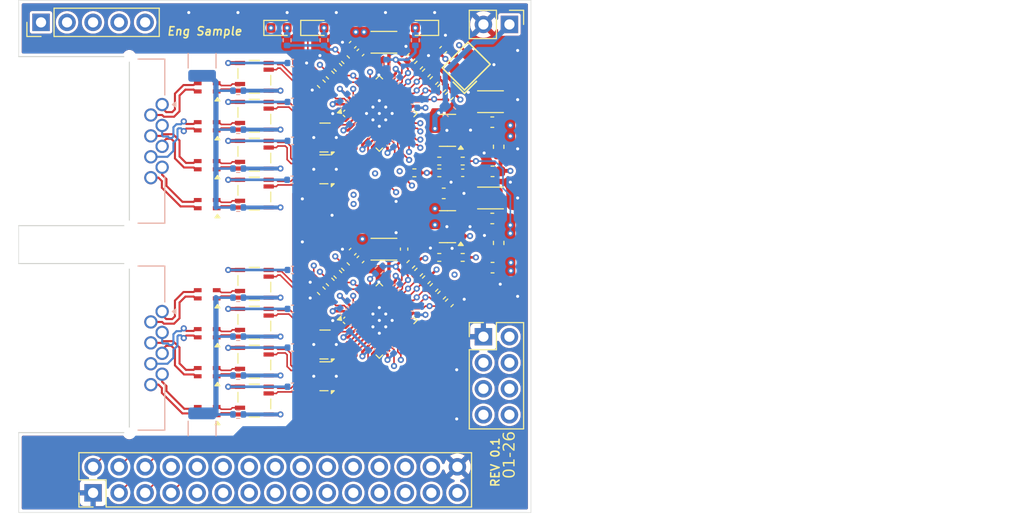
<source format=kicad_pcb>
(kicad_pcb (version 20241229) (generator "pcbnew") (generator_version "9.0")
  (layers (0 "F.Cu" signal) (4 "In1.Cu" signal) (6 "In2.Cu" signal) (2 "B.Cu" signal) (13 "F.Paste" user) (15 "B.Paste" user) (5 "F.SilkS" user "F.Silkscreen") (7 "B.SilkS" user "B.Silkscreen") (1 "F.Mask" user) (3 "B.Mask" user) (25 "Edge.Cuts" user))
  (net 0 "")
  (net 1 "GND")
  (net 2 "+1V8")
  (net 3 "+A_1V8")
  (net 4 "+5V")
  (net 5 "+3V3")
  (net 6 "Net-(U2-EN)")
  (net 7 "Net-(U1-SW)")
  (net 8 "Net-(U2-SW)")
  (net 9 "Net-(U1-FB)")
  (net 10 "Net-(U2-FB)")
  (net 11 "+A_3V3")
  (net 12 "+1V0")
  (net 13 "Net-(C11-Pad1)")
  (net 14 "/PHY1/RJ45_D-")
  (net 15 "/PHY1/RJ45_D+")
  (net 16 "/PHY1/RJ45_MDI3-")
  (net 17 "/PHY1/RJ45_MDI3+")
  (net 18 "/PHY1/RJ45_C-")
  (net 19 "/PHY1/RJ45_C+")
  (net 20 "/PHY1/RJ45_B-")
  (net 21 "/PHY1/RJ45_B+")
  (net 22 "/PHY1/RJ45_MDI2+")
  (net 23 "/PHY1/RJ45_A-")
  (net 24 "/PHY1/RJ45_A+")
  (net 25 "/PHY1/RJ45_MDI2-")
  (net 26 "/PHY1/RJ45_MDI1+")
  (net 27 "/PHY2/RJ45_D-")
  (net 28 "/PHY2/RJ45_D+")
  (net 29 "/PHY2/RJ45_C-")
  (net 30 "/PHY2/RJ45_C+")
  (net 31 "/PHY1/RJ45_MDI1-")
  (net 32 "/PHY2/RJ45_B-")
  (net 33 "/PHY2/RJ45_B+")
  (net 34 "/PHY1/RJ45_MDI0+")
  (net 35 "/PHY1/RJ45_MDI0-")
  (net 36 "/PHY2/RJ45_A-")
  (net 37 "/PHY2/RJ45_A+")
  (net 38 "/PHY2/PHY_RXD0")
  (net 39 "/PHY1/PHY_TXD3")
  (net 40 "/PHY2/PHY_TXC")
  (net 41 "/PHY1/PHY_RXD2")
  (net 42 "/PHY1/PHY_TXD1")
  (net 43 "/PHY2/PHY_RXC")
  (net 44 "/PHY2/PHY_TXD1")
  (net 45 "/PHY2/PHY_TXD0")
  (net 46 "/MISC/PHY_MDIO")
  (net 47 "/PHY2/PHY_RXD1")
  (net 48 "/PHY1/PHY_RXCTL")
  (net 50 "/PHY1/PHY_TXC")
  (net 51 "/PHY1/PHY_RXD0")
  (net 52 "/PHY1/PHY_RXD3")
  (net 53 "/PHY2/PHY_RXCTL")
  (net 54 "/PHY1/PHY_RXC")
  (net 55 "/PHY2/PHY_TXCTL")
  (net 56 "/PHY1/PHY_TXD2")
  (net 57 "/PHY1/PHY_RXD1")
  (net 58 "/PHY2/PHY_TXD2")
  (net 59 "/PHY1/PHY_TXD0")
  (net 60 "/MISC/PHY_MDC")
  (net 61 "/PHY2/PHY_RXD3")
  (net 62 "/PHY1/PHY_TXCTL")
  (net 63 "/PHY2/PHY_TXD3")
  (net 64 "/PHY2/PHY_RXD2")
  (net 72 "/MISC/MCU_SWDIO")
  (net 74 "/MISC/MCU_SWCLK")
  (net 75 "/MISC/MCU_DBG")
  (net 76 "/PHY1/PHY_LED2")
  (net 77 "/PHY1/PHY_LED1")
  (net 78 "/PHY2/PHY_LED1")
  (net 79 "/PHY2/PHY_LED2")
  (net 80 "Net-(U5-REG_OUT)")
  (net 81 "Net-(U8-REG_OUT)")
  (net 82 "Net-(R10-Pad1)")
  (net 83 "Net-(U5-RSET)")
  (net 84 "/PHY1/PHY_LED0")
  (net 85 "Net-(U8-RSET)")
  (net 86 "/PHY2/PHY_LED0")
  (net 87 "/PHY1/PHY_MDI3-")
  (net 88 "/PHY1/PHY_MDI3+")
  (net 89 "/PHY1/PHY_MDI2+")
  (net 90 "/PHY1/PHY_MDI2-")
  (net 91 "/PHY1/PHY_MDI1-")
  (net 92 "/PHY1/PHY_MDI1+")
  (net 93 "/PHY1/PHY_MDI0-")
  (net 94 "/PHY1/PHY_MDI0+")
  (net 95 "/PHY2/PHY_MDI3+")
  (net 96 "/PHY2/PHY_MDI3-")
  (net 97 "/PHY2/PHY_MDI2+")
  (net 98 "/PHY2/PHY_MDI2-")
  (net 99 "/PHY2/PHY_MDI1+")
  (net 100 "/PHY2/PHY_MDI1-")
  (net 101 "/PHY2/PHY_MDI0+")
  (net 102 "/PHY2/PHY_MDI0-")
  (net 103 "/PHY1/PHY_REFCLK")
  (net 107 "/PHY2/RJ45_MDI3-")
  (net 108 "/PHY2/RJ45_MDI3+")
  (net 109 "/PHY2/RJ45_MDI2-")
  (net 110 "/PHY2/RJ45_MDI2+")
  (net 111 "/PHY2/RJ45_MDI1-")
  (net 112 "/PHY2/RJ45_MDI1+")
  (net 113 "/PHY2/RJ45_MDI0+")
  (net 114 "/PHY2/RJ45_MDI0-")
  (net 117 "Net-(D1-A)")
  (net 118 "Net-(D2-A)")
  (net 119 "Net-(R9-Pad1)")
  (net 120 "Net-(R24-Pad1)")
  (net 121 "Net-(R25-Pad1)")
  (net 122 "Net-(R26-Pad1)")
  (net 123 "/MISC/PHY_INT")
  (net 124 "Net-(C15-Pad1)")
  (net 125 "Net-(C26-Pad1)")
  (net 126 "Net-(C30-Pad1)")
  (net 127 "Net-(R11-Pad1)")
  (net 128 "Net-(D3-A)")
  (net 129 "Net-(R12-Pad1)")
  (net 130 "Net-(R27-Pad1)")
  (footprint "Capacitor_SMD:C_0402_1005Metric" (layer "F.Cu") (at 107.31 98.209411 -135)
    (property "Reference" "C25" (hide yes))
    (property "Value" "2.2uF" (hide yes))
  )
  (footprint "Capacitor_SMD:C_0603_1608Metric" (layer "F.Cu") (at 120.96 99.77 180)
    (property "Reference" "C4" (hide yes))
    (property "Value" "10uF" (hide yes))
  )
  (footprint "Package_DFN_QFN:QFN-40-1EP_5x5mm_P0.4mm_EP3.8x3.8mm" (layer "F.Cu") (at 109.91 84.72 45)
    (property "Reference" "U5" (hide yes))
    (property "Value" "RTL8211F" (hide yes))
  )
  (footprint "LED_SMD:LED_0603_1608Metric" (layer "F.Cu") (at 103.7225 76.37)
    (property "Reference" "D2" (hide yes))
    (property "Value" "LED_Green" (hide yes))
  )
  (footprint "Resistor_SMD:R_0402_1005Metric" (layer "F.Cu") (at 112.981572 99.441574 45)
    (property "Reference" "R33" (hide yes))
    (property "Value" "4.7kΩ" (hide yes))
  )
  (footprint "Package_SON:USON-10_2.5x1.0mm_P0.5mm" (layer "F.Cu") (at 104.604209 90.17 180)
    (property "Reference" "U3" (hide yes))
    (property "Value" "TPD4E02B04DQA" (hide yes))
  )
  (footprint "Resistor_SMD:R_0402_1005Metric" (layer "F.Cu") (at 115.995786 82.255787 45)
    (property "Reference" "R16" (hide yes))
    (property "Value" "4.7kΩ" (hide yes))
  )
  (footprint "Resistor_SMD:R_0402_1005Metric" (layer "F.Cu") (at 115.245786 101.705787 45)
    (property "Reference" "R30" (hide yes))
    (property "Value" "4.7kΩ" (hide yes))
  )
  (footprint "User:Oscillator_SMD_SeikoEpson_SG210-4Pin_2.5x2.0mm" (layer "F.Cu") (at 118.395786 80.094213 45)
    (property "Reference" "X1" (hide yes))
    (property "Value" "SG-210STF 25.000000MHz" (hide yes))
  )
  (footprint "User:Transformer_TDK_ALT3232M-151-T001" (layer "F.Cu") (at 97.71 105.145)
    (property "Reference" "TR7" (hide yes))
    (property "Value" "TDK_ALT3232M_ALT4532M" (hide yes))
  )
  (footprint "Capacitor_SMD:C_0402_1005Metric" (layer "F.Cu") (at 108.070589 78.77 -135)
    (property "Reference" "C10" (hide yes))
    (property "Value" "2.2uF" (hide yes))
  )
  (footprint "Resistor_SMD:R_0402_1005Metric" (layer "F.Cu") (at 115.995786 102.455787 45)
    (property "Reference" "R31" (hide yes))
    (property "Value" "4.7kΩ" (hide yes))
  )
  (footprint "Capacitor_SMD:C_0603_1608Metric" (layer "F.Cu") (at 120.96 90.37 180)
    (property "Reference" "C7" (hide yes))
    (property "Value" "10uF" (hide yes))
  )
  (footprint "User:Filter_TDK_ACM2012-900-2P-T002" (layer "F.Cu") (at 93.11 89.77 180)
    (property "Reference" "CM2" (hide yes))
    (property "Value" "Choke_CommonMode_FerriteCore_1423" (hide yes))
  )
  (footprint "Capacitor_SMD:C_0402_1005Metric" (layer "F.Cu") (at 116.144233 78.50734 45)
    (property "Reference" "C8" (hide yes))
    (property "Value" "1uF" (hide yes))
  )
  (footprint "Package_TO_SOT_SMD:SOT-23-5" (layer "F.Cu") (at 116.56 86.37 180)
    (property "Reference" "U2" (hide yes))
    (property "Value" "TLV62569DBV" (hide yes))
  )
  (footprint "User:Transformer_TDK_ALT3232M-151-T001" (layer "F.Cu") (at 97.71 101.345)
    (property "Reference" "TR8" (hide yes))
    (property "Value" "TDK_ALT3232M_ALT4532M" (hide yes))
  )
  (footprint "Inductor_SMD:L_Murata_DFE201610P" (layer "F.Cu") (at 110.36 77.77 180)
    (property "Reference" "L3" (hide yes))
    (property "Value" "2.2uH" (hide yes))
  )
  (footprint "Inductor_SMD:L_Murata_DFE201610P" (layer "F.Cu") (at 120.76 92.97)
    (property "Reference" "L1" (hide yes))
    (property "Value" "2.2uH" (hide yes))
  )
  (footprint "Capacitor_SMD:C_0603_1608Metric" (layer "F.Cu") (at 120.935 94.97 180)
    (property "Reference" "C3" (hide yes))
    (property "Value" "22uF" (hide yes))
  )
  (footprint "Connector_PinHeader_2.54mm:PinHeader_2x15_P2.54mm_Vertical" (layer "F.Cu") (at 81.97 121.75 90)
    (property "Reference" "J1" (hide yes))
    (property "Value" "Conn_02x15_2.54mm" (hide yes))
  )
  (footprint "Resistor_SMD:R_0402_1005Metric" (layer "F.Cu") (at 105.11 80.97 135)
    (property "Reference" "R21" (hide yes))
    (property "Value" "4.7kΩ" (hide yes))
  )
  (footprint "Inductor_SMD:L_Murata_DFE201610P" (layer "F.Cu") (at 110.36 97.97 180)
    (property "Reference" "L4" (hide yes))
    (property "Value" "2.2uH" (hide yes))
  )
  (footprint "User:Filter_TDK_ACM2012-900-2P-T002" (layer "F.Cu") (at 93.11 109.97 180)
    (property "Reference" "CM6" (hide yes))
    (property "Value" "Choke_CommonMode_FerriteCore_1423" (hide yes))
  )
  (footprint "Resistor_SMD:R_0402_1005Metric" (layer "F.Cu") (at 113.745786 80.005787 45)
    (property "Reference" "R17" (hide yes))
    (property "Value" "4.7kΩ" (hide yes))
  )
  (footprint "Resistor_SMD:R_0402_1005Metric" (layer "F.Cu") (at 115.245786 81.505787 45)
    (property "Reference" "R15" (hide yes))
    (property "Value" "4.7kΩ" (hide yes))
  )
  (footprint "Inductor_SMD:L_Murata_DFE201610P" (layer "F.Cu") (at 120.76 83.57)
    (property "Reference" "L2" (hide yes))
    (property "Value" "2.2uH" (hide yes))
  )
  (footprint "Resistor_SMD:R_0402_1005Metric" (layer "F.Cu") (at 115.762 90.513 180)
    (property "Reference" "R4" (hide yes))
    (property "Value" "100kΩ" (hide yes))
  )
  (footprint "Capacitor_SMD:C_0603_1608Metric" (layer "F.Cu") (at 120.935 85.57 180)
    (property "Reference" "C6" (hide yes))
    (property "Value" "22uF" (hide yes))
  )
  (footprint "User:Transformer_TDK_ALT3232M-151-T001" (layer "F.Cu") (at 97.71 112.745)
    (property "Reference" "TR5" (hide yes))
    (property "Value" "TDK_ALT3232M_ALT4532M" (hide yes))
  )
  (footprint "Package_SON:USON-10_2.5x1.0mm_P0.5mm" (layer "F.Cu") (at 104.61 87.07 180)
    (property "Reference" "U4" (hide yes))
    (property "Value" "TPD4E02B04DQA" (hide yes))
  )
  (footprint "User:Filter_TDK_ACM2012-900-2P-T002" (layer "F.Cu") (at 93.11 113.77 180)
    (property "Reference" "CM5" (hide yes))
    (property "Value" "Choke_CommonMode_FerriteCore_1423" (hide yes))
  )
  (footprint "Inductor_SMD:L_0603_1608Metric" (layer "F.Cu") (at 121.56 97.3575 90)
    (property "Reference" "FB1" (hide yes))
    (property "Value" "MPZ1608S101ATAH0" (hide yes))
  )
  (footprint "Connector_PinHeader_2.54mm:PinHeader_2x04_P2.54mm_Vertical" (layer "F.Cu") (at 120.07 106.51)
    (property "Reference" "J2" (hide yes))
    (property "Value" "Conn_02x04_2.54mm" (hide yes))
  )
  (footprint "Resistor_SMD:R_0402_1005Metric" (layer "F.Cu") (at 112.981572 79.241574 45)
    (property "Reference" "R18" (hide yes))
    (property "Value" "4.7kΩ" (hide yes))
  )
  (footprint "Resistor_SMD:R_0402_1005Metric" (layer "F.Cu") (at 105.86 80.22 135)
    (property "Reference" "R22" (hide yes))
    (property "Value" "4.7kΩ" (hide yes))
  )
  (footprint "Resistor_SMD:R_0402_1005Metric" (layer "F.Cu") (at 116.745786 103.205787 45)
    (property "Reference" "R34" (hide yes))
    (property "Value" "4.7kΩ" (hide yes))
  )
  (footprint "Resistor_SMD:R_0402_1005Metric" (layer "F.Cu") (at 115.76 89.37 180)
    (property "Reference" "R5" (hide yes))
    (property "Value" "50kΩ" (hide yes))
  )
  (footprint "Package_SON:USON-10_2.5x1.0mm_P0.5mm" (layer "F.Cu") (at 104.61 107.27 180)
    (property "Reference" "U7" (hide yes))
    (property "Value" "TPD4E02B04DQA" (hide yes))
  )
  (footprint "Resistor_SMD:R_0402_1005Metric" (layer "F.Cu") (at 114.495786 80.755787 45)
    (property "Reference" "R14" (hide yes))
    (property "Value" "4.7kΩ" (hide yes))
  )
  (footprint "Resistor_SMD:R_0402_1005Metric" (layer "F.Cu") (at 118.048 98.77)
    (property "Reference" "R1" (hide yes))
    (property "Value" "90kΩ" (hide yes))
  )
  (footprint "User:Filter_TDK_ACM2012-900-2P-T002" (layer "F.Cu") (at 93.11 85.97 180)
    (property "Reference" "CM3" (hide yes))
    (property "Value" "Choke_CommonMode_FerriteCore_1423" (hide yes))
  )
  (footprint "Resistor_SMD:R_0402_1005Metric" (layer "F.Cu") (at 113.745786 100.205787 45)
    (property "Reference" "R32" (hide yes))
    (property "Value" "4.7kΩ" (hide yes))
  )
  (footprint "User:Transformer_TDK_ALT3232M-151-T001" (layer "F.Cu") (at 97.71 81.145)
    (property "Reference" "TR4" (hide yes))
    (property "Value" "TDK_ALT3232M_ALT4532M" (hide yes))
  )
  (footprint "User:Transformer_TDK_ALT3232M-151-T001" (layer "F.Cu") (at 97.71 84.945)
    (property "Reference" "TR3" (hide yes))
    (property "Value" "TDK_ALT3232M_ALT4532M" (hide yes))
  )
  (footprint "Capacitor_SMD:C_0402_1005Metric" (layer "F.Cu") (at 107.31 78.009411 -135)
    (property "Reference" "C9" (hide yes))
    (property "Value" "2.2uF" (hide yes))
  )
  (footprint "User:Transformer_TDK_ALT3232M-151-T001" (layer "F.Cu") (at 97.71 88.745)
    (property "Reference" "TR2" (hide yes))
    (property "Value" "TDK_ALT3232M_ALT4532M" (hide yes))
  )
  (footprint "User:Filter_TDK_ACM2012-900-2P-T002" (layer "F.Cu") (at 93.11 93.57 180)
    (property "Reference" "CM1" (hide yes))
    (property "Value" "Choke_CommonMode_FerriteCore_1423" (hide yes))
  )
  (footprint "User:Filter_TDK_ACM2012-900-2P-T002" (layer "F.Cu") (at 93.11 102.37 180)
    (property "Reference" "CM8" (hide yes))
    (property "Value" "Choke_CommonMode_FerriteCore_1423" (hide yes))
  )
  (footprint "Resistor_SMD:R_0402_1005Metric" (layer "F.Cu") (at 115.76 98.77 180)
    (property "Reference" "R2" (hide yes))
    (property "Value" "20kΩ" (hide yes))
  )
  (footprint "Connector_PinHeader_2.54mm:PinHeader_1x05_P2.54mm_Vertical" (layer "F.Cu") (at 76.89 75.8268 90)
    (property "Reference" "J4" (hide yes))
    (property "Value" "Conn_01x05_2.54mm" (hide yes))
  )
  (footprint "User:Transformer_TDK_ALT3232M-151-T001" (layer "F.Cu") (at 97.71 92.545)
    (property "Reference" "TR1" (hide yes))
    (property "Value" "TDK_ALT3232M_ALT4532M" (hide yes))
  )
  (footprint "Resistor_SMD:R_0402_1005Metric" (layer "F.Cu") (at 113.332 90.513 180)
    (property "Reference" "R6" (hide yes))
    (property "Value" "4.7kΩ" (hide yes))
  )
  (footprint "User:Transformer_TDK_ALT3232M-151-T001" (layer "F.Cu") (at 97.71 108.945)
    (property "Reference" "TR6" (hide yes))
    (property "Value" "TDK_ALT3232M_ALT4532M" (hide yes))
  )
  (footprint "Package_SON:USON-10_2.5x1.0mm_P0.5mm" (layer "F.Cu") (at 104.61 110.37 180)
    (property "Reference" "U6" (hide yes))
    (property "Value" "TPD4E02B04DQA" (hide yes))
  )
  (footprint "LED_SMD:LED_0603_1608Metric" (layer "F.Cu") (at 100.1225 76.37)
    (property "Reference" "D3" (hide yes))
    (property "Value" "LED_Green" (hide yes))
  )
  (footprint "Resistor_SMD:R_0402_1005Metric" (layer "F.Cu") (at 104.245786 102.030787 135)
    (property "Reference" "R28" (hide yes))
    (property "Value" "2.49kΩ" (hide yes))
  )
  (footprint "Resistor_SMD:R_0402_1005Metric" (layer "F.Cu") (at 116.745786 83.005787 45)
    (property "Reference" "R19" (hide yes))
    (property "Value" "4.7kΩ" (hide yes))
  )
  (footprint "Capacitor_SMD:C_0402_1005Metric" (layer "F.Cu") (at 108.070589 98.97 -135)
    (property "Reference" "C24" (hide yes))
    (property "Value" "2.2uF" (hide yes))
  )
  (footprint "User:Filter_TDK_ACM2012-900-2P-T002" (layer "F.Cu") (at 93.11 106.17 180)
    (property "Reference" "CM7" (hide yes))
    (property "Value" "Choke_CommonMode_FerriteCore_1423" (hide yes))
  )
  (footprint "Capacitor_SMD:C_0402_1005Metric" (layer "F.Cu") (at 112.33 97.96 90)
    (property "Reference" "C38" (hide yes))
    (property "Value" "100nF" (hide yes))
  )
  (footprint "Resistor_SMD:R_0402_1005Metric" (layer "F.Cu") (at 106.61 99.67 135)
    (property "Reference" "R35" (hide yes))
    (property "Value" "4.7kΩ" (hide yes))
  )
  (footprint "Inductor_SMD:L_0603_1608Metric" (layer "F.Cu") (at 121.56 87.97 90)
    (property "Reference" "FB2" (hide yes))
    (property "Value" "MPZ1608S101ATAH0" (hide yes))
  )
  (footprint "Package_TO_SOT_SMD:SOT-23-5" (layer "F.Cu") (at 116.56 95.77 180)
    (property "Reference" "U1" (hide yes))
    (property "Value" "TLV62569DBV" (hide yes))
  )
  (footprint "Resistor_SMD:R_0402_1005Metric" (layer "F.Cu") (at 106.61 79.47 135)
    (property "Reference" "R20" (hide yes))
    (property "Value" "4.7kΩ" (hide yes))
  )
  (footprint "Capacitor_SMD:C_0603_1608Metric" (layer "F.Cu") (at 116.1975 92.52)
    (property "Reference" "C2" (hide yes))
    (property "Value" "10uF" (hide yes))
  )
  (footprint "User:Filter_TDK_ACM2012-900-2P-T002" (layer "F.Cu") (at 93.11 82.17 180)
    (property "Reference" "CM4" (hide yes))
    (property "Value" "Choke_CommonMode_FerriteCore_1423" (hide yes))
  )
  (footprint "Resistor_SMD:R_0402_1005Metric" (layer "F.Cu") (at 105.11 101.17 135)
    (property "Reference" "R36" (hide yes))
    (property "Value" "4.7kΩ" (hide yes))
  )
  (footprint "Package_DFN_QFN:QFN-40-1EP_5x5mm_P0.4mm_EP3.8x3.8mm" (layer "F.Cu") (at 109.91 104.92 45)
    (property "Reference" "U8" (hide yes))
    (property "Value" "RTL8211F" (hide yes))
  )
  (footprint "LED_SMD:LED_0603_1608Metric" (layer "F.Cu") (at 114.21 76.37 180)
    (property "Reference" "D1" (hide yes))
    (property "Value" "LED_Yellow" (hide yes))
  )
  (footprint "Resistor_SMD:R_0402_1005Metric" (layer "F.Cu") (at 114.495786 100.955787 45)
    (property "Reference" "R29" (hide yes))
    (property "Value" "4.7kΩ" (hide yes))
  )
  (footprint "Resistor_SMD:R_0402_1005Metric" (layer "F.Cu") (at 118.048 89.37 180)
    (property "Reference" "R3" (hide yes))
    (property "Value" "10kΩ" (hide yes))
  )
  (footprint "Resistor_SMD:R_0402_1005Metric" (layer "F.Cu") (at 104.245786 81.830787 135)
    (property "Reference" "R13" (hide yes))
    (property "Value" "2.49kΩ" (hide yes))
  )
  (footprint "Capacitor_SMD:C_0402_1005Metric" (layer "F.Cu") (at 118.048 90.513)
    (property "Reference" "C5" (hide yes))
    (property "Value" "470nF" (hide yes))
  )
  (footprint "Connector_PinHeader_2.54mm:PinHeader_1x02_P2.54mm_Vertical" (layer "F.Cu") (at 122.61 76.03 -90)
    (property "Reference" "J3" (hide yes))
    (property "Value" "Conn_01x02_2.54mm" (hide yes))
  )
  (footprint "Resistor_SMD:R_0402_1005Metric" (layer "F.Cu") (at 105.86 100.42 135)
    (property "Reference" "R37" (hide yes))
    (property "Value" "4.7kΩ" (hide yes))
  )
  (footprint "Resistor_SMD:R_0402_1005Metric" (layer "B.Cu") (at 96.134998 114.095 180)
    (property "Reference" "R24" (hide yes))
    (property "Value" "75Ω" (hide yes))
  )
  (footprint "Resistor_SMD:R_0402_1005Metric" (layer "B.Cu") (at 113.4225 77.569998 -90)
    (property "Reference" "R8" (hide yes))
    (property "Value" "2kΩ" (hide yes))
  )
  (footprint "Resistor_SMD:R_0402_1005Metric" (layer "B.Cu") (at 96.134998 110.295 180)
    (property "Reference" "R25" (hide yes))
    (property "Value" "75Ω" (hide yes))
  )
  (footprint "User:RJ45_Wurth_615008150021" (layer "B.Cu") (at 88.71 104.05 180)
    (property "Reference" "J6" (hide yes))
    (property "Value" "RJ45" (hide yes))
    (fp_line (start 3.2 4.68) (end 14 4.68) (stroke (width 0.1)) (layer "Edge.Cuts"))
    (fp_line (start 3.2 -11.82) (end 14 -11.82) (stroke (width 0.1)) (layer "Edge.Cuts"))
    (fp_line (start 3.2 -11.82) (end 3.2 4.68) (stroke (width 0.1)) (layer "Edge.Cuts"))
  )
  (footprint "Resistor_SMD:R_0402_1005Metric" (layer "B.Cu") (at 96.134998 86.295 180)
    (property "Reference" "R11" (hide yes))
    (property "Value" "75Ω" (hide yes))
  )
  (footprint "Capacitor_SMD:C_0402_1005Metric" (layer "B.Cu") (at 110.61 79.95 -90)
    (property "Reference" "C23" (hide yes))
    (property "Value" "100nF" (hide yes))
  )
  (footprint "Capacitor_SMD:C_0402_1005Metric" (layer "B.Cu") (at 110.970589 87.630589 135)
    (property "Reference" "C17" (hide yes))
    (property "Value" "100nF" (hide yes))
  )
  (footprint "Capacitor_SMD:C_0603_1608Metric" (layer "B.Cu") (at 116.895786 84.555787 -45)
    (property "Reference" "C1" (hide yes))
    (property "Value" "10uF" (hide yes))
  )
  (footprint "Resistor_SMD:R_0402_1005Metric" (layer "B.Cu") (at 100.909998 77.57 90)
    (property "Reference" "R38" (hide yes))
    (property "Value" "1kΩ" (hide yes))
  )
  (footprint "Capacitor_SMD:C_0402_1005Metric" (layer "B.Cu") (at 109.199411 107.480589 45)
    (property "Reference" "C36" (hide yes))
    (property "Value" "100nF" (hide yes))
  )
  (footprint "Resistor_SMD:R_0402_1005Metric" (layer "B.Cu") (at 109.890624 99.989376 -135)
    (property "Reference" "R7" (hide yes))
    (property "Value" "4.7kΩ" (hide yes))
  )
  (footprint "Capacitor_SMD:C_0402_1005Metric" (layer "B.Cu") (at 111.570589 81.509411 -135)
    (property "Reference" "C18" (hide yes))
    (property "Value" "100nF" (hide yes))
  )
  (footprint "Resistor_SMD:R_0402_1005Metric" (layer "B.Cu") (at 96.134998 90.095 180)
    (property "Reference" "R10" (hide yes))
    (property "Value" "75Ω" (hide yes))
  )
  (footprint "Capacitor_SMD:C_0402_1005Metric" (layer "B.Cu") (at 101.429998 87.395)
    (property "Reference" "C13" (hide yes))
    (property "Value" "100nF" (hide yes))
  )
  (footprint "Capacitor_SMD:C_1210_3225Metric" (layer "B.Cu") (at 92.609998 79.57 90)
    (property "Reference" "C15" (hide yes))
    (property "Value" "1000pF/2kV" (hide yes))
  )
  (footprint "Capacitor_SMD:C_0402_1005Metric" (layer "B.Cu") (at 113.13 104.37 180)
    (property "Reference" "C37" (hide yes))
    (property "Value" "100nF" (hide yes))
  )
  (footprint "Capacitor_SMD:C_0402_1005Metric" (layer "B.Cu") (at 101.429998 103.795)
    (property "Reference" "C28" (hide yes))
    (property "Value" "100nF" (hide yes))
  )
  (footprint "Capacitor_SMD:C_0402_1005Metric" (layer "B.Cu") (at 107.349411 85.430589 45)
    (property "Reference" "C20" (hide yes))
    (property "Value" "100nF" (hide yes))
  )
  (footprint "Capacitor_SMD:C_0402_1005Metric" (layer "B.Cu") (at 109.199411 87.280589 45)
    (property "Reference" "C21" (hide yes))
    (property "Value" "100nF" (hide yes))
  )
  (footprint "Capacitor_SMD:C_1210_3225Metric" (layer "B.Cu") (at 92.609998 115.47 -90)
    (property "Reference" "C30" (hide yes))
    (property "Value" "1000pF/2kV" (hide yes))
  )
  (footprint "Capacitor_SMD:C_0402_1005Metric" (layer "B.Cu") (at 111.570589 101.709411 -135)
    (property "Reference" "C33" (hide yes))
    (property "Value" "100nF" (hide yes))
  )
  (footprint "Capacitor_SMD:C_0402_1005Metric" (layer "B.Cu") (at 101.429996 107.57)
    (property "Reference" "C27" (hide yes))
    (property "Value" "100nF" (hide yes))
  )
  (footprint "Capacitor_SMD:C_0402_1005Metric" (layer "B.Cu") (at 113.13 84.17 180)
    (property "Reference" "C22" (hide yes))
    (property "Value" "100nF" (hide yes))
  )
  (footprint "Capacitor_SMD:C_0402_1005Metric" (layer "B.Cu") (at 106.41 83.87 -45)
    (property "Reference" "C16" (hide yes))
    (property "Value" "100nF" (hide yes))
  )
  (footprint "Resistor_SMD:R_0402_1005Metric" (layer "B.Cu") (at 96.134998 106.495 180)
    (property "Reference" "R26" (hide yes))
    (property "Value" "75Ω" (hide yes))
  )
  (footprint "Capacitor_SMD:C_0402_1005Metric" (layer "B.Cu") (at 107.11 103.37 -45)
    (property "Reference" "C34" (hide yes))
    (property "Value" "100nF" (hide yes))
  )
  (footprint "Capacitor_SMD:C_0402_1005Metric" (layer "B.Cu") (at 106.41 104.07 -45)
    (property "Reference" "C31" (hide yes))
    (property "Value" "100nF" (hide yes))
  )
  (footprint "Capacitor_SMD:C_0402_1005Metric" (layer "B.Cu") (at 101.429998 99.995)
    (property "Reference" "C29" (hide yes))
    (property "Value" "100nF" (hide yes))
  )
  (footprint "Capacitor_SMD:C_0402_1005Metric" (layer "B.Cu") (at 101.39 91.195)
    (property "Reference" "C14" (hide yes))
    (property "Value" "100nF" (hide yes))
  )
  (footprint "Resistor_SMD:R_0402_1005Metric" (layer "B.Cu") (at 96.134998 102.695 180)
    (property "Reference" "R27" (hide yes))
    (property "Value" "75Ω" (hide yes))
  )
  (footprint "Capacitor_SMD:C_0402_1005Metric" (layer "B.Cu") (at 107.11 83.17 -45)
    (property "Reference" "C19" (hide yes))
    (property "Value" "100nF" (hide yes))
  )
  (footprint "Resistor_SMD:R_0402_1005Metric" (layer "B.Cu") (at 96.134998 82.495 180)
    (property "Reference" "R12" (hide yes))
    (property "Value" "75Ω" (hide yes))
  )
  (footprint "Capacitor_SMD:C_0402_1005Metric" (layer "B.Cu") (at 110.970589 107.797746 135)
    (property "Reference" "C32" (hide yes))
    (property "Value" "100nF" (hide yes))
  )
  (footprint "Capacitor_SMD:C_0402_1005Metric" (layer "B.Cu") (at 101.429998 111.395)
    (property "Reference" "C26" (hide yes))
    (property "Value" "100nF" (hide yes))
  )
  (footprint "Capacitor_SMD:C_0402_1005Metric" (layer "B.Cu") (at 101.429998 83.595)
    (property "Reference" "C11" (hide yes))
    (property "Value" "100nF" (hide yes))
  )
  (footprint "Capacitor_SMD:C_0402_1005Metric" (layer "B.Cu") (at 107.349411 105.630589 45)
    (property "Reference" "C35" (hide yes))
    (property "Value" "100nF" (hide yes))
  )
  (footprint "Resistor_SMD:R_0402_1005Metric" (layer "B.Cu") (at 104.509998 77.57 90)
    (property "Reference" "R23" (hide yes))
    (property "Value" "1kΩ" (hide yes))
  )
  (footprint "Resistor_SMD:R_0402_1005Metric" (layer "B.Cu") (at 96.134998 93.895 180)
    (property "Reference" "R9" (hide yes))
    (property "Value" "75Ω" (hide yes))
  )
  (footprint "Capacitor_SMD:C_0402_1005Metric" (layer "B.Cu") (at 101.429998 79.795)
    (property "Reference" "C12" (hide yes))
    (property "Value" "100nF" (hide yes))
  )
  (footprint "User:RJ45_Wurth_615008150021" (layer "B.Cu") (at 88.71 83.85 180)
    (property "Reference" "J5" (hide yes))
    (property "Value" "RJ45" (hide yes))
    (fp_line (start 3.2 4.68) (end 14 4.68) (stroke (width 0.1)) (layer "Edge.Cuts"))
    (fp_line (start 3.2 -11.82) (end 14 -11.82) (stroke (width 0.1)) (layer "Edge.Cuts"))
    (fp_line (start 3.2 -11.82) (end 3.2 4.68) (stroke (width 0.1)) (layer "Edge.Cuts"))
  )
  (gr_line (start 74.71 73.67) (end 74.71 79.17) (stroke (width 0.05)) (layer "Edge.Cuts"))
  (gr_line (start 74.71 123.67) (end 74.71 115.87) (stroke (width 0.05)) (layer "Edge.Cuts"))
  (gr_line (start 74.71 123.67) (end 124.71 123.67) (stroke (width 0.05)) (layer "Edge.Cuts"))
  (gr_line (start 124.71 73.67) (end 124.71 123.67) (stroke (width 0.05)) (layer "Edge.Cuts"))
  (gr_line (start 74.71 73.67) (end 124.71 73.67) (stroke (width 0.05)) (layer "Edge.Cuts"))
  (gr_line (start 74.71 99.37) (end 74.71 95.67) (stroke (width 0.05)) (layer "Edge.Cuts"))
  (gr_text "REV 0.1" (at 121.70133 121.27 90) (layer "F.SilkS") (effects (font (size 0.8128 0.8128) (thickness 0.1524) (bold yes)) (justify left bottom)))
  (gr_text "01-26" (at 123.31 120.37 90) (layer "F.SilkS") (effects (font (size 1.143 1.143) (thickness 0.127)) (justify left bottom)))
  (gr_text "Eng Sample" (at 89.11 77.17 0) (layer "F.SilkS") (effects (font (size 0.8128 0.8128) (thickness 0.1524) (bold yes) (italic yes)) (justify left bottom)))
  (segment (start 105.71 110.37) (end 103.51 110.37) (width 0.3048) (layer "F.Cu") (net 1))
  (segment (start 108.009651 103.302493) (end 109.627158 104.92) (width 0.1524) (layer "F.Cu") (net 1))
  (segment (start 109.627158 104.92) (end 109.91 104.92) (width 0.1524) (layer "F.Cu") (net 1))
  (segment (start 105.71 90.17) (end 103.51 90.17) (width 0.3048) (layer "F.Cu") (net 1))
  (segment (start 103.51 107.27) (end 105.71 107.27) (width 0.3048) (layer "F.Cu") (net 1))
  (segment (start 115.759998 89.879998) (end 115.759998 91.12) (width 0.1524) (layer "F.Cu") (net 1))
  (segment (start 116.909998 88.57) (end 116.909998 91.4268) (width 0.1524) (layer "F.Cu") (net 1))
  (segment (start 108.009651 83.102493) (end 109.627158 84.72) (width 0.1524) (layer "F.Cu") (net 1))
  (segment (start 115.25 89.37) (end 115.759998 89.879998) (width 0.1524) (layer "F.Cu") (net 1))
  (segment (start 120.1482 99.8088) (end 120.187 99.77) (width 0.254) (layer "F.Cu") (net 1))
  (segment (start 103.51 87.07) (end 105.71 87.07) (width 0.3048) (layer "F.Cu") (net 1))
  (via (at 112.51 78.17) (size 0.6) (drill 0.3) (layers "F.Cu" "B.Cu") (net 1))
  (via (at 105.71 87.07) (size 0.6) (drill 0.3) (layers "F.Cu" "B.Cu") (net 1))
  (via (at 109.91 103.67) (size 0.6) (drill 0.3) (layers "F.Cu" "B.Cu") (net 1))
  (via (at 120.141 88.5785) (size 0.6) (drill 0.3) (layers "F.Cu" "B.Cu") (net 1))
  (via (at 103.3612 82.4352) (size 0.6) (drill 0.3) (layers "F.Cu" "B.Cu") (net 1))
  (via (at 111.16 104.92) (size 0.6) (drill 0.3) (layers "F.Cu" "B.Cu") (net 1))
  (via (at 102.395786 97.255787) (size 0.6) (drill 0.3) (layers "F.Cu" "B.Cu") (net 1))
  (via (at 115.31 74.87) (size 0.6) (drill 0.3) (layers "F.Cu" "B.Cu") (net 1))
  (via (at 109.91 84.72) (size 0.6) (drill 0.3) (layers "F.Cu" "B.Cu") (net 1))
  (via (at 110.535 105.545) (size 0.6) (drill 0.3) (layers "F.Cu" "B.Cu") (net 1))
  (via (at 109.91 83.47) (size 0.6) (drill 0.3) (layers "F.Cu" "B.Cu") (net 1))
  (via (at 118.8113 86.3465) (size 0.6) (drill 0.3) (layers "F.Cu" "B.Cu") (net 1))
  (via (at 106.31 77.77) (size 0.6) (drill 0.3) (layers "F.Cu" "B.Cu") (net 1))
  (via (at 109.91 106.17) (size 0.6) (drill 0.3) (layers "F.Cu" "B.Cu") (net 1))
  (via (at 96.11 74.87) (size 0.6) (drill 0.3) (layers "F.Cu" "B.Cu") (net 1))
  (via (at 91.31 74.87) (size 0.6) (drill 0.3) (layers "F.Cu" "B.Cu") (net 1))
  (via (at 109.86 101.17) (size 0.6) (drill 0.3) (layers "F.Cu" "B.Cu") (net 1))
  (via (at 121.095786 79.955787) (size 0.6) (drill 0.3) (layers "F.Cu" "B.Cu") (net 1))
  (via (at 105.71 110.37) (size 0.6) (drill 0.3) (layers "F.Cu" "B.Cu") (net 1))
  (via (at 103.51 110.37) (size 0.6) (drill 0.3) (layers "F.Cu" "B.Cu") (net 1))
  (via (at 111.545786 93.305787) (size 0.6) (drill 0.3) (layers "F.Cu" "B.Cu") (net 1))
  (via (at 118.7612 95.77) (size 0.6) (drill 0.3) (layers "F.Cu" "B.Cu") (net 1))
  (via (at 109.285 84.095) (size 0.6) (drill 0.3) (layers "F.Cu" "B.Cu") (net 1))
  (via (at 123.41 88.17) (size 0.6) (drill 0.3) (layers "F.Cu" "B.Cu") (net 1))
  (via (at 123.41 83.37) (size 0.6) (drill 0.3) (layers "F.Cu" "B.Cu") (net 1))
  (via (at 123.41 102.57) (size 0.6) (drill 0.3) (layers "F.Cu" "B.Cu") (net 1))
  (via (at 111.16 84.72) (size 0.6) (drill 0.3) (layers "F.Cu" "B.Cu") (net 1))
  (via (at 103.51 87.07) (size 0.6) (drill 0.3) (layers "F.Cu" "B.Cu") (net 1))
  (via (at 116.3612 77.0852) (size 0.6) (drill 0.3) (layers "F.Cu" "B.Cu") (net 1))
  (via (at 110.535 104.295) (size 0.6) (drill 0.3) (layers "F.Cu" "B.Cu") (net 1))
  (via (at 109.285 85.345) (size 0.6) (drill 0.3) (layers "F.Cu" "B.Cu") (net 1))
  (via (at 122.6995 91.425) (size 0.6) (drill 0.3) (layers "F.Cu" "B.Cu") (net 1))
  (via (at 102.395786 93.055787) (size 0.6) (drill 0.3) (layers "F.Cu" "B.Cu") (net 1))
  (via (at 100.91 74.87) (size 0.6) (drill 0.3) (layers "F.Cu" "B.Cu") (net 1))
  (via (at 105.71 107.27) (size 0.6) (drill 0.3) (layers "F.Cu" "B.Cu") (net 1))
  (via (at 121.7112 101.3852) (size 0.6) (drill 0.3) (layers "F.Cu" "B.Cu") (net 1))
  (via (at 109.91 85.97) (size 0.6) (drill 0.3) (layers "F.Cu" "B.Cu") (net 1))
  (via (at 103.51 107.27) (size 0.6) (drill 0.3) (layers "F.Cu" "B.Cu") (net 1))
  (via (at 118.16979 92.52) (size 0.6) (drill 0.3) (layers "F.Cu" "B.Cu") (net 1))
  (via (at 106.31 97.97) (size 0.6) (drill 0.3) (layers "F.Cu" "B.Cu") (net 1))
  (via (at 116.50421 86.37) (size 0.6) (drill 0.3) (layers "F.Cu" "B.Cu") (net 1))
  (via (at 120.16961 96.625) (size 0.6) (drill 0.3) (layers "F.Cu" "B.Cu") (net 1))
  (via (at 111.545786 96.355787) (size 0.6) (drill 0.3) (layers "F.Cu" "B.Cu") (net 1))
  (via (at 117.4612 109.7352) (size 0.6) (drill 0.3) (layers "F.Cu" "B.Cu") (net 1))
  (via (at 109.285 104.295) (size 0.6) (drill 0.3) (layers "F.Cu" "B.Cu") (net 1))
  (via (at 109.86 80.97) (size 0.6) (drill 0.3) (layers "F.Cu" "B.Cu") (net 1))
  (via (at 110.535 85.345) (size 0.6) (drill 0.3) (layers "F.Cu" "B.Cu") (net 1))
  (via (at 123.41 92.97) (size 0.6) (drill 0.3) (layers "F.Cu" "B.Cu") (net 1))
  (via (at 117.0112 97.8852) (size 0.6) (drill 0.3) (layers "F.Cu" "B.Cu") (net 1))
  (via (at 105.3612 104.9352) (size 0.6) (drill 0.3) (layers "F.Cu" "B.Cu") (net 1))
  (via (at 118.595786 82.655787) (size 0.6) (drill 0.3) (layers "F.Cu" "B.Cu") (net 1))
  (via (at 118.195786 102.855787) (size 0.6) (drill 0.3) (layers "F.Cu" "B.Cu") (net 1))
  (via (at 105.71 74.87) (size 0.6) (drill 0.3) (layers "F.Cu" "B.Cu") (net 1))
  (via (at 105.3612 84.7352) (size 0.6) (drill 0.3) (layers "F.Cu" "B.Cu") (net 1))
  (via (at 109.285 105.545) (size 0.6) (drill 0.3) (layers "F.Cu" "B.Cu") (net 1))
  (via (at 123.41 78.57) (size 0.6) (drill 0.3) (layers "F.Cu" "B.Cu") (net 1))
  (via (at 108.66 84.72) (size 0.6) (drill 0.3) (layers "F.Cu" "B.Cu") (net 1))
  (via (at 109.91 104.92) (size 0.6) (drill 0.3) (layers "F.Cu" "B.Cu") (net 1))
  (via (at 116.909998 91.4268) (size 0.6) (drill 0.3) (layers "F.Cu" "B.Cu") (net 1))
  (via (at 114.895786 97.855787) (size 0.6) (drill 0.3) (layers "F.Cu" "B.Cu") (net 1))
  (via (at 105.295786 94.655787) (size 0.6) (drill 0.3) (layers "F.Cu" "B.Cu") (net 1))
  (via (at 104.11 79.07) (size 0.6) (drill 0.3) (layers "F.Cu" "B.Cu") (net 1))
  (via (at 103.51 90.17) (size 0.6) (drill 0.3) (layers "F.Cu" "B.Cu") (net 1))
  (via (at 110.535 84.095) (size 0.6) (drill 0.3) (layers "F.Cu" "B.Cu") (net 1))
  (via (at 105.71 90.17) (size 0.6) (drill 0.3) (layers "F.Cu" "B.Cu") (net 1))
  (via (at 117.4612 114.5352) (size 0.6) (drill 0.3) (layers "F.Cu" "B.Cu") (net 1))
  (via (at 116.50421 95.77) (size 0.6) (drill 0.3) (layers "F.Cu" "B.Cu") (net 1))
  (via (at 102.809998 79.795) (size 0.6) (drill 0.3) (layers "F.Cu" "B.Cu") (net 1))
  (via (at 110.51 74.87) (size 0.6) (drill 0.3) (layers "F.Cu" "B.Cu") (net 1))
  (via (at 103.1612 102.7352) (size 0.6) (drill 0.3) (layers "F.Cu" "B.Cu") (net 1))
  (via (at 103.1612 101.192183) (size 0.6) (drill 0.3) (layers "F.Cu" "B.Cu") (net 1))
  (via (at 114.71 79.07) (size 0.6) (drill 0.3) (layers "F.Cu" "B.Cu") (net 1))
  (segment (start 102.809998 79.795) (end 101.909998 79.795) (width 0.254) (layer "B.Cu") (net 1))
  (segment (start 114.420786 83.305787) (end 115.020786 82.705787) (width 0.127) (layer "B.Cu") (net 1))
  (segment (start 112.65 84.17) (end 113.514213 83.305787) (width 0.127) (layer "B.Cu") (net 1))
  (segment (start 113.514213 83.305787) (end 114.420786 83.305787) (width 0.127) (layer "B.Cu") (net 1))
  (segment (start 113.842 90.513) (end 114.549 90.513) (width 0.254) (layer "F.Cu") (net 2))
  (segment (start 117.820624 83.359376) (end 117.831247 83.37) (width 0.254) (layer "F.Cu") (net 2))
  (segment (start 111.509998 99.669998) (end 112.11 100.27) (width 0.254) (layer "F.Cu") (net 2))
  (segment (start 111.81 81.405786) (end 111.81 81.07) (width 0.1524) (layer "F.Cu") (net 2))
  (segment (start 114.85641 80.395163) (end 117.10641 82.645163) (width 0.254) (layer "F.Cu") (net 2))
  (segment (start 111.509998 99.630002) (end 111.509998 99.669998) (width 0.254) (layer "F.Cu") (net 2))
  (segment (start 112.11 80.77) (end 112.11 80.07) (width 0.1524) (layer "F.Cu") (net 2))
  (segment (start 111.81 101.605786) (end 110.961821 102.453965) (width 0.1524) (layer "F.Cu") (net 2))
  (segment (start 111.51 79.47) (end 112.110002 80.070002) (width 0.254) (layer "F.Cu") (net 2))
  (segment (start 114.85641 100.595163) (end 115.495786 99.955787) (width 0.254) (layer "F.Cu") (net 2))
  (segment (start 111.81 101.27) (end 111.81 101.605786) (width 0.1524) (layer "F.Cu") (net 2))
  (segment (start 112.921246 98.66) (end 113.342196 99.08095) (width 0.254) (layer "F.Cu") (net 2))
  (segment (start 112.55 98.66) (end 112.921246 98.66) (width 0.254) (layer "F.Cu") (net 2))
  (segment (start 114.395786 98.855787) (end 114.020949 98.855787) (width 0.254) (layer "F.Cu") (net 2))
  (segment (start 113.795786 99.08095) (end 113.342196 99.08095) (width 0.254) (layer "F.Cu") (net 2))
  (segment (start 112.33 98.44) (end 112.55 98.66) (width 0.254) (layer "F.Cu") (net 2))
  (segment (start 114.020949 98.855787) (end 113.795786 99.08095) (width 0.254) (layer "F.Cu") (net 2))
  (segment (start 117.10641 82.645163) (end 117.820624 83.359376) (width 0.254) (layer "F.Cu") (net 2))
  (segment (start 110.961821 82.253965) (end 111.81 81.405786) (width 0.1524) (layer "F.Cu") (net 2))
  (segment (start 112.23 98.91) (end 111.509998 99.630002) (width 0.254) (layer "F.Cu") (net 2))
  (segment (start 116.35641 102.095163) (end 114.85641 100.595163) (width 0.254) (layer "F.Cu") (net 2))
  (segment (start 112.23 98.44) (end 112.23 98.91) (width 0.254) (layer "F.Cu") (net 2))
  (segment (start 112.11 100.97) (end 111.81 101.27) (width 0.1524) (layer "F.Cu") (net 2))
  (segment (start 111.81 81.07) (end 112.11 80.77) (width 0.1524) (layer "F.Cu") (net 2))
  (segment (start 112.11 100.27) (end 112.11 100.97) (width 0.1524) (layer "F.Cu") (net 2))
  (segment (start 115.256 90.513) (end 114.549 90.513) (width 0.254) (layer "F.Cu") (net 2))
  (via (at 114.549 90.513) (size 0.6) (drill 0.3) (layers "F.Cu" "B.Cu") (net 2))
  (via (at 111.51 79.47) (size 0.6) (drill 0.3) (layers "F.Cu" "B.Cu") (net 2))
  (via (at 114.395786 98.855787) (size 0.6) (drill 0.3) (layers "F.Cu" "B.Cu") (net 2))
  (via (at 122.6995 85.8785) (size 0.6) (drill 0.3) (layers "F.Cu" "B.Cu") (net 2))
  (via (at 117.820624 83.359376) (size 0.6) (drill 0.3) (layers "F.Cu" "B.Cu") (net 2))
  (via (at 111.509998 99.67) (size 0.6) (drill 0.3) (layers "F.Cu" "B.Cu") (net 2))
  (via (at 122.6995 86.931) (size 0.6) (drill 0.3) (layers "F.Cu" "B.Cu") (net 2))
  (via (at 115.495786 99.955787) (size 0.6) (drill 0.3) (layers "F.Cu" "B.Cu") (net 2))
  (segment (start 110.251248 99.628752) (end 111.511248 99.628752) (width 0.254) (layer "B.Cu") (net 2))
  (segment (start 111.51 79.47) (end 112.71 79.47) (width 0.254) (layer "B.Cu") (net 2))
  (segment (start 111.51 79.47) (end 110.61 79.47) (width 0.254) (layer "B.Cu") (net 2))
  (segment (start 112.71 79.47) (end 113.4225 78.7575) (width 0.254) (layer "B.Cu") (net 2))
  (segment (start 113.4225 78.7575) (end 113.4225 78.079998) (width 0.254) (layer "B.Cu") (net 2))
  (segment (start 121.782 90.325) (end 122.6995 90.325) (width 0.381) (layer "F.Cu") (net 3))
  (segment (start 121.737 88.9325) (end 121.562 88.7575) (width 0.381) (layer "F.Cu") (net 3))
  (segment (start 121.737 90.37) (end 121.737 88.9325) (width 0.381) (layer "F.Cu") (net 3))
  (segment (start 116.35736 79.39929) (end 115.804822 78.846751) (width 0.254) (layer "F.Cu") (net 3))
  (segment (start 121.737 90.37) (end 121.782 90.325) (width 0.381) (layer "F.Cu") (net 3))
  (segment (start 117.193704 80.235634) (end 116.35736 79.39929) (width 0.254) (layer "F.Cu") (net 3))
  (via (at 122.6995 90.325) (size 0.6) (drill 0.3) (layers "F.Cu" "B.Cu") (net 3))
  (via (at 116.35736 79.39929) (size 0.6) (drill 0.3) (layers "F.Cu" "B.Cu") (net 3))
  (segment (start 117.6944 96.6852) (end 118.7104 96.6852) (width 0.254) (layer "F.Cu") (net 4))
  (via (at 115.695786 84.655787) (size 0.6) (drill 0.3) (layers "F.Cu" "B.Cu") (net 4))
  (via (at 115.33581 94.011) (size 0.6) (drill 0.3) (layers "F.Cu" "B.Cu") (net 4))
  (via (at 115.33581 86.1944) (size 0.6) (drill 0.3) (layers "F.Cu" "B.Cu") (net 4))
  (via (at 118.7612 96.6852) (size 0.6) (drill 0.3) (layers "F.Cu" "B.Cu") (net 4))
  (via (at 115.33581 95.5924) (size 0.6) (drill 0.3) (layers "F.Cu" "B.Cu") (net 4))
  (segment (start 116.347778 80.632222) (end 119.26 77.72) (width 0.508) (layer "B.Cu") (net 4))
  (segment (start 120.92 77.72) (end 122.61 76.03) (width 0.508) (layer "B.Cu") (net 4))
  (segment (start 116.347778 84.003795) (end 116.347778 80.632222) (width 0.508) (layer "B.Cu") (net 4))
  (segment (start 116.095786 84.255787) (end 116.347778 84.003795) (width 0.508) (layer "B.Cu") (net 4))
  (segment (start 119.26 77.72) (end 120.92 77.72) (width 0.508) (layer "B.Cu") (net 4))
  (segment (start 115.33581 85.015763) (end 115.33581 86.1944) (width 0.508) (layer "B.Cu") (net 4))
  (segment (start 115.731973 84.6196) (end 116.095786 84.255787) (width 0.508) (layer "B.Cu") (net 4))
  (segment (start 116.095786 84.255787) (end 115.33581 85.015763) (width 0.508) (layer "B.Cu") (net 4))
  (segment (start 104.749376 100.809376) (end 104.11 100.17) (width 0.1524) (layer "F.Cu") (net 5))
  (segment (start 106.249376 79.109376) (end 105.61 78.47) (width 0.1524) (layer "F.Cu") (net 5))
  (segment (start 111.37005 80.9499) (end 111.51 80.80995) (width 0.254) (layer "F.Cu") (net 5))
  (segment (start 111.37005 101.1499) (end 111.51 101.00995) (width 0.254) (layer "F.Cu") (net 5))
  (segment (start 104.749376 80.609376) (end 104.11 79.97) (width 0.1524) (layer "F.Cu") (net 5))
  (segment (start 111.37005 101.480051) (end 111.37005 101.1499) (width 0.254) (layer "F.Cu") (net 5))
  (segment (start 118.558 98.768) (end 119.3355 98.768) (width 0.254) (layer "F.Cu") (net 5))
  (segment (start 106.249376 99.309376) (end 105.61 98.67) (width 0.1524) (layer "F.Cu") (net 5))
  (segment (start 119.3355 89.37) (end 118.558 89.37) (width 0.1524) (layer "F.Cu") (net 5))
  (segment (start 110.678979 81.971122) (end 111.37005 81.280051) (width 0.254) (layer "F.Cu") (net 5))
  (segment (start 111.51 101.00995) (end 111.51 100.57) (width 0.254) (layer "F.Cu") (net 5))
  (segment (start 110.678979 102.171122) (end 111.37005 101.480051) (width 0.254) (layer "F.Cu") (net 5))
  (segment (start 111.37005 81.280051) (end 111.37005 80.9499) (width 0.254) (layer "F.Cu") (net 5))
  (segment (start 111.51 80.80995) (end 111.51 80.37) (width 0.254) (layer "F.Cu") (net 5))
  (via (at 104.11 79.97) (size 0.6) (drill 0.3) (layers "F.Cu" "B.Cu") (net 5))
  (via (at 105.61 98.67) (size 0.6) (drill 0.3) (layers "F.Cu" "B.Cu") (net 5))
  (via (at 122.6995 95.62) (size 0.6) (drill 0.3) (layers "F.Cu" "B.Cu") (net 5))
  (via (at 122.6995 96.42) (size 0.6) (drill 0.3) (layers "F.Cu" "B.Cu") (net 5))
  (via (at 119.3355 98.768) (size 0.6) (drill 0.3) (layers "F.Cu" "B.Cu") (net 5))
  (via (at 104.11 100.17) (size 0.6) (drill 0.3) (layers "F.Cu" "B.Cu") (net 5))
  (via (at 111.51 80.37) (size 0.6) (drill 0.3) (layers "F.Cu" "B.Cu") (net 5))
  (via (at 111.895786 90.355787) (size 0.6) (drill 0.3) (layers "F.Cu" "B.Cu") (net 5))
  (via (at 111.51 100.57) (size 0.6) (drill 0.3) (layers "F.Cu" "B.Cu") (net 5))
  (via (at 105.61 78.47) (size 0.6) (drill 0.3) (layers "F.Cu" "B.Cu") (net 5))
  (via (at 119.3355 89.37) (size 0.6) (drill 0.3) (layers "F.Cu" "B.Cu") (net 5))
  (segment (start 104.509998 78.08) (end 104.899998 78.47) (width 0.254) (layer "B.Cu") (net 5))
  (segment (start 111.91 80.77) (end 111.91 81.17) (width 0.254) (layer "B.Cu") (net 5))
  (segment (start 121.98095 92.01545) (end 121.98095 90.15495) (width 0.1524) (layer "B.Cu") (net 5))
  (segment (start 111.51 100.57) (end 111.91 100.97) (width 0.254) (layer "B.Cu") (net 5))
  (segment (start 111.51 80.37) (end 111.91 80.77) (width 0.254) (layer "B.Cu") (net 5))
  (segment (start 122.6995 92.734) (end 121.98095 92.01545) (width 0.1524) (layer "B.Cu") (net 5))
  (segment (start 121.98095 90.15495) (end 121.196 89.37) (width 0.1524) (layer "B.Cu") (net 5))
  (segment (start 104.509998 78.08) (end 100.909998 78.08) (width 0.254) (layer "B.Cu") (net 5))
  (segment (start 122.6995 96.42) (end 122.6995 92.734) (width 0.1524) (layer "B.Cu") (net 5))
  (segment (start 121.196 89.37) (end 119.3355 89.37) (width 0.1524) (layer "B.Cu") (net 5))
  (segment (start 111.91 100.97) (end 111.91 101.37) (width 0.254) (layer "B.Cu") (net 5))
  (segment (start 104.899998 78.47) (end 105.61 78.47) (width 0.254) (layer "B.Cu") (net 5))
  (segment (start 117.54 89.37) (end 117.54 90.483) (width 0.254) (layer "F.Cu") (net 6))
  (segment (start 117.54 90.483) (end 117.57 90.513) (width 0.254) (layer "F.Cu") (net 6))
  (segment (start 117.54 87.4795) (end 117.54 89.37) (width 0.254) (layer "F.Cu") (net 6))
  (segment (start 117.6995 87.32) (end 117.54 87.4795) (width 0.254) (layer "F.Cu") (net 6))
  (segment (start 116.272 98.1925) (end 116.272 98.77) (width 0.254) (layer "F.Cu") (net 9))
  (segment (start 115.6995 97.62) (end 116.272 98.1925) (width 0.254) (layer "F.Cu") (net 9))
  (segment (start 115.6995 97.02) (end 115.6995 97.62) (width 0.254) (layer "F.Cu") (net 9))
  (segment (start 117.54 98.77) (end 116.272 98.77) (width 0.254) (layer "F.Cu") (net 9))
  (segment (start 116.272 89.372) (end 116.27 89.37) (width 0.254) (layer "F.Cu") (net 10))
  (segment (start 116.272 89.37) (end 116.272 90.511) (width 0.254) (layer "F.Cu") (net 10))
  (segment (start 115.6995 88.22) (end 116.272 88.7925) (width 0.254) (layer "F.Cu") (net 10))
  (segment (start 116.272 88.7925) (end 116.272 89.37) (width 0.254) (layer "F.Cu") (net 10))
  (segment (start 115.6995 87.62) (end 115.6995 88.22) (width 0.254) (layer "F.Cu") (net 10))
  (segment (start 116.272 90.511) (end 116.274 90.513) (width 0.254) (layer "F.Cu") (net 10))
  (segment (start 115.4245 87.32) (end 115.4245 87.345) (width 0.254) (layer "F.Cu") (net 10))
  (segment (start 110.396136 87.75172) (end 110.71 88.065584) (width 0.254) (layer "F.Cu") (net 11))
  (segment (start 106.464416 83.82) (end 106.87828 84.233864) (width 0.254) (layer "F.Cu") (net 11))
  (segment (start 110.396136 107.95172) (end 110.71 108.265584) (width 0.254) (layer "F.Cu") (net 11))
  (segment (start 105.36 104.02) (end 106.464416 104.02) (width 0.254) (layer "F.Cu") (net 11))
  (segment (start 110.71 108.265584) (end 110.71 108.77) (width 0.254) (layer "F.Cu") (net 11))
  (segment (start 121.737 99.77) (end 121.737 98.32) (width 0.381) (layer "F.Cu") (net 11))
  (segment (start 106.464416 104.02) (end 106.87828 104.433864) (width 0.254) (layer "F.Cu") (net 11))
  (segment (start 105.36 83.82) (end 106.464416 83.82) (width 0.254) (layer "F.Cu") (net 11))
  (segment (start 110.71 88.065584) (end 110.71 88.57) (width 0.254) (layer "F.Cu") (net 11))
  (segment (start 121.737 98.32) (end 121.562 98.145) (width 0.381) (layer "F.Cu") (net 11))
  (via (at 109.495786 90.57) (size 0.6) (drill 0.3) (layers "F.Cu" "B.Cu") (net 11))
  (via (at 105.36 104.02) (size 0.6) (drill 0.3) (layers "F.Cu" "B.Cu") (net 11))
  (via (at 107.395786 93.555787) (size 0.6) (drill 0.3) (layers "F.Cu" "B.Cu") (net 11))
  (via (at 122.749 100.076) (size 0.6) (drill 0.3) (layers "F.Cu" "B.Cu") (net 11))
  (via (at 117.25 100.45) (size 0.6) (drill 0.3) (layers "F.Cu" "B.Cu") (net 11))
  (via (at 110.71 108.77) (size 0.6) (drill 0.3) (layers "F.Cu" "B.Cu") (net 11))
  (via (at 122.749 99.276) (size 0.6) (drill 0.3) (layers "F.Cu" "B.Cu") (net 11))
  (via (at 105.36 83.82) (size 0.6) (drill 0.3) (layers "F.Cu" "B.Cu") (net 11))
  (via (at 110.71 88.57) (size 0.6) (drill 0.3) (layers "F.Cu" "B.Cu") (net 11))
  (segment (start 106.070589 83.530589) (end 105.649411 83.530589) (width 0.254) (layer "B.Cu") (net 11))
  (segment (start 111.31 108.17) (end 111.31 108.137157) (width 0.254) (layer "B.Cu") (net 11))
  (segment (start 106.070589 103.730589) (end 105.649411 103.730589) (width 0.254) (layer "B.Cu") (net 11))
  (segment (start 110.71 108.77) (end 111.31 108.17) (width 0.254) (layer "B.Cu") (net 11))
  (segment (start 105.649411 103.730589) (end 105.36 104.02) (width 0.254) (layer "B.Cu") (net 11))
  (segment (start 105.649411 83.530589) (end 105.36 83.82) (width 0.254) (layer "B.Cu") (net 11))
  (segment (start 110.71 88.57) (end 111.31 87.97) (width 0.254) (layer "B.Cu") (net 11))
  (segment (start 113.56 104.22) (end 113.155584 104.22) (width 0.254) (layer "F.Cu") (net 12))
  (segment (start 113.155584 84.02) (end 112.94172 84.233864) (width 0.254) (layer "F.Cu") (net 12))
  (segment (start 107.443965 103.868179) (end 106.095787 102.520001) (width 0.254) (layer "F.Cu") (net 12))
  (segment (start 107.443965 105.971821) (end 106.845786 106.57) (width 0.254) (layer "F.Cu") (net 12))
  (segment (start 113.71 84.17) (end 114.41 84.17) (width 0.254) (layer "F.Cu") (net 12))
  (segment (start 108.26 107.984214) (end 108.26 108.42) (width 0.254) (layer "F.Cu") (net 12))
  (segment (start 108.26 87.784214) (end 108.26 88.22) (width 0.254) (layer "F.Cu") (net 12))
  (segment (start 108.858179 87.186035) (end 108.26 87.784214) (width 0.254) (layer "F.Cu") (net 12))
  (segment (start 108.858179 107.386035) (end 108.26 107.984214) (width 0.254) (layer "F.Cu") (net 12))
  (segment (start 113.71 104.37) (end 114.41 104.37) (width 0.254) (layer "F.Cu") (net 12))
  (segment (start 106.095787 82.320001) (end 106.06 82.320001) (width 0.254) (layer "F.Cu") (net 12))
  (segment (start 113.155584 104.22) (end 112.94172 104.433864) (width 0.254) (layer "F.Cu") (net 12))
  (segment (start 108.41 78.430589) (end 107.649411 77.67) (width 0.3048) (layer "F.Cu") (net 12))
  (segment (start 113.66 104.32) (end 113.56 104.22) (width 0.254) (layer "F.Cu") (net 12))
  (segment (start 106.845786 106.57) (end 106.61 106.57) (width 0.254) (layer "F.Cu") (net 12))
  (segment (start 106.845786 86.37) (end 106.61 86.37) (width 0.254) (layer "F.Cu") (net 12))
  (segment (start 113.66 104.32) (end 113.71 104.37) (width 0.254) (layer "F.Cu") (net 12))
  (segment (start 107.443965 83.668179) (end 106.095787 82.320001) (width 0.254) (layer "F.Cu") (net 12))
  (segment (start 113.56 84.02) (end 113.155584 84.02) (width 0.254) (layer "F.Cu") (net 12))
  (segment (start 107.443965 85.771821) (end 106.845786 86.37) (width 0.254) (layer "F.Cu") (net 12))
  (segment (start 113.71 84.17) (end 113.56 84.02) (width 0.254) (layer "F.Cu") (net 12))
  (via (at 106.06 82.320001) (size 0.6) (drill 0.3) (layers "F.Cu" "B.Cu") (net 12))
  (via (at 108.26 88.22) (size 0.6) (drill 0.3) (layers "F.Cu" "B.Cu") (net 12))
  (via (at 114.41 104.37) (size 0.6) (drill 0.3) (layers "F.Cu" "B.Cu") (net 12))
  (via (at 106.06 102.520001) (size 0.6) (drill 0.3) (layers "F.Cu" "B.Cu") (net 12))
  (via (at 108.26 96.97) (size 0.6) (drill 0.3) (layers "F.Cu" "B.Cu") (net 12))
  (via (at 108.26 108.42) (size 0.6) (drill 0.3) (layers "F.Cu" "B.Cu") (net 12))
  (via (at 114.41 84.17) (size 0.6) (drill 0.3) (layers "F.Cu" "B.Cu") (net 12))
  (via (at 106.41 106.57) (size 0.6) (drill 0.3) (layers "F.Cu" "B.Cu") (net 12))
  (via (at 107.61 76.77) (size 0.6) (drill 0.3) (layers "F.Cu" "B.Cu") (net 12))
  (via (at 106.41 86.37) (size 0.6) (drill 0.3) (layers "F.Cu" "B.Cu") (net 12))
  (via (at 108.41 76.77) (size 0.6) (drill 0.3) (layers "F.Cu" "B.Cu") (net 12))
  (segment (start 106.41 86.37) (end 107.01 85.77) (width 0.254) (layer "B.Cu") (net 12))
  (segment (start 108.26 88.22) (end 108.86 87.62) (width 0.254) (layer "B.Cu") (net 12))
  (segment (start 106.570588 103.030589) (end 106.06 102.520001) (width 0.254) (layer "B.Cu") (net 12))
  (segment (start 107.01 105.97) (end 108.609998 107.57) (width 0.254) (layer "B.Cu") (net 12))
  (segment (start 114.41 84.17) (end 113.61 84.17) (width 0.254) (layer "B.Cu") (net 12))
  (segment (start 106.770589 82.830589) (end 106.570588 82.830589) (width 0.254) (layer "B.Cu") (net 12))
  (segment (start 106.770589 103.030589) (end 106.570588 103.030589) (width 0.254) (layer "B.Cu") (net 12))
  (segment (start 108.86 107.82) (end 108.26 108.42) (width 0.254) (layer "B.Cu") (net 12))
  (segment (start 108.609998 107.57) (end 108.86 107.82) (width 0.254) (layer "B.Cu") (net 12))
  (segment (start 106.570588 82.830589) (end 106.06 82.320001) (width 0.254) (layer "B.Cu") (net 12))
  (segment (start 106.41 106.57) (end 107.01 105.97) (width 0.254) (layer "B.Cu") (net 12))
  (segment (start 114.41 104.37) (end 113.61 104.37) (width 0.254) (layer "B.Cu") (net 12))
  (segment (start 96.31 79.795) (end 95.1612 79.795) (width 0.381) (layer "F.Cu") (net 13))
  (segment (start 96.31 91.195) (end 95.1612 91.195) (width 0.381) (layer "F.Cu") (net 13))
  (segment (start 96.31 87.395) (end 95.1612 87.395) (width 0.381) (layer "F.Cu") (net 13))
  (segment (start 96.31 83.595) (end 95.1612 83.595) (width 0.381) (layer "F.Cu") (net 13))
  (via (at 95.1612 83.595) (size 0.6) (drill 0.3) (layers "F.Cu" "B.Cu") (net 13))
  (via (at 95.1612 79.795) (size 0.6) (drill 0.3) (layers "F.Cu" "B.Cu") (net 13))
  (via (at 95.1612 91.195) (size 0.6) (drill 0.3) (layers "F.Cu" "B.Cu") (net 13))
  (via (at 95.1612 87.395) (size 0.6) (drill 0.3) (layers "F.Cu" "B.Cu") (net 13))
  (segment (start 100.91 91.195) (end 95.121202 91.195) (width 0.254) (layer "B.Cu") (net 13))
  (segment (start 100.949998 83.595) (end 95.1612 83.595) (width 0.254) (layer "B.Cu") (net 13))
  (segment (start 100.949998 79.795) (end 95.1612 79.795) (width 0.254) (layer "B.Cu") (net 13))
  (segment (start 100.949998 87.395) (end 95.1612 87.395) (width 0.254) (layer "B.Cu") (net 13))
  (segment (start 90.509606 93.795) (end 88.685 91.970394) (width 0.2) (layer "F.Cu") (net 14))
  (segment (start 88.685 91.319124) (end 88.355876 90.99) (width 0.2) (layer "F.Cu") (net 14))
  (segment (start 88.355876 90.99) (end 87.61 90.99) (width 0.2) (layer "F.Cu") (net 14))
  (segment (start 92.185 93.97) (end 91.96 93.97) (width 0.2) (layer "F.Cu") (net 14))
  (segment (start 88.685 91.970394) (end 88.685 91.319124) (width 0.2) (layer "F.Cu") (net 14))
  (segment (start 91.96 93.97) (end 91.785 93.795) (width 0.2) (layer "F.Cu") (net 14))
  (segment (start 91.785 93.795) (end 90.509606 93.795) (width 0.2) (layer "F.Cu") (net 14))
  (segment (start 91.96 93.17) (end 91.785 93.345) (width 0.2) (layer "F.Cu") (net 15))
  (segment (start 89.135 91.784) (end 89.135 91.132726) (width 0.2) (layer "F.Cu") (net 15))
  (segment (start 91.785 93.345) (end 90.696 93.345) (width 0.2) (layer "F.Cu") (net 15))
  (segment (start 92.185 93.17) (end 91.96 93.17) (width 0.2) (layer "F.Cu") (net 15))
  (segment (start 89.135 91.132726) (end 88.71 90.707726) (width 0.2) (layer "F.Cu") (net 15))
  (segment (start 90.696 93.345) (end 89.135 91.784) (width 0.2) (layer "F.Cu") (net 15))
  (segment (start 88.71 90.707726) (end 88.71 89.97) (width 0.2) (layer "F.Cu") (net 15))
  (segment (start 94.4822 93.7478) (end 94.26 93.97) (width 0.1524) (layer "F.Cu") (net 16))
  (segment (start 95.412799 93.7478) (end 94.4822 93.7478) (width 0.1524) (layer "F.Cu") (net 16))
  (segment (start 94.26 93.97) (end 94.035 93.97) (width 0.1524) (layer "F.Cu") (net 16))
  (segment (start 95.559999 93.895) (end 95.412799 93.7478) (width 0.1524) (layer "F.Cu") (net 16))
  (segment (start 96.31 93.895) (end 95.559999 93.895) (width 0.1524) (layer "F.Cu") (net 16))
  (segment (start 96.31 93.245) (end 95.559999 93.245) (width 0.1524) (layer "F.Cu") (net 17))
  (segment (start 94.26 93.17) (end 94.035 93.17) (width 0.1524) (layer "F.Cu") (net 17))
  (segment (start 95.559999 93.245) (end 95.412799 93.3922) (width 0.1524) (layer "F.Cu") (net 17))
  (segment (start 95.412799 93.3922) (end 94.4822 93.3922) (width 0.1524) (layer "F.Cu") (net 17))
  (segment (start 94.4822 93.3922) (end 94.26 93.17) (width 0.1524) (layer "F.Cu") (net 17))
  (segment (start 89.96 87.556394) (end 89.96 89.106394) (width 0.2) (layer "F.Cu") (net 18))
  (segment (start 89.598606 87.195) (end 89.96 87.556394) (width 0.2) (layer "F.Cu") (net 18))
  (segment (start 90.848606 89.995) (end 91.785 89.995) (width 0.2) (layer "F.Cu") (net 18))
  (segment (start 89.96 89.106394) (end 90.848606 89.995) (width 0.2) (layer "F.Cu") (net 18))
  (segment (start 91.785 89.995) (end 91.96 90.17) (width 0.2) (layer "F.Cu") (net 18))
  (segment (start 89.11 87.195) (end 89.598606 87.195) (width 0.2) (layer "F.Cu") (net 18))
  (segment (start 88.71 87.595) (end 89.11 87.195) (width 0.2) (layer "F.Cu") (net 18))
  (segment (start 91.96 90.17) (end 92.185 90.17) (width 0.2) (layer "F.Cu") (net 18))
  (segment (start 88.71 87.93) (end 88.71 87.595) (width 0.2) (layer "F.Cu") (net 18))
  (segment (start 90.41 87.37) (end 89.785 86.745) (width 0.2) (layer "F.Cu") (net 19))
  (segment (start 88.645 86.91) (end 87.61 86.91) (width 0.2) (layer "F.Cu") (net 19))
  (segment (start 91.785 89.545) (end 91.035 89.545) (width 0.2) (layer "F.Cu") (net 19))
  (segment (start 90.41 88.92) (end 90.41 87.37) (width 0.2) (layer "F.Cu") (net 19))
  (segment (start 88.81 86.745) (end 88.645 86.91) (width 0.2) (layer "F.Cu") (net 19))
  (segment (start 92.185 89.37) (end 91.96 89.37) (width 0.2) (layer "F.Cu") (net 19))
  (segment (start 89.785 86.745) (end 88.81 86.745) (width 0.2) (layer "F.Cu") (net 19))
  (segment (start 91.96 89.37) (end 91.785 89.545) (width 0.2) (layer "F.Cu") (net 19))
  (segment (start 91.035 89.545) (end 90.41 88.92) (width 0.2) (layer "F.Cu") (net 19))
  (segment (start 92.185 86.37) (end 91.96 86.37) (width 0.2) (layer "F.Cu") (net 20))
  (segment (start 91.96 86.37) (end 91.785 86.195) (width 0.2) (layer "F.Cu") (net 20))
  (segment (start 91.072502 86.195) (end 90.822502 86.445) (width 0.2) (layer "F.Cu") (net 20))
  (segment (start 91.785 86.195) (end 91.072502 86.195) (width 0.2) (layer "F.Cu") (net 20))
  (via (at 90.822502 86.445) (size 0.6) (drill 0.3) (layers "F.Cu" "B.Cu") (net 20))
  (segment (start 90.31 86.17) (end 90.21 86.27) (width 0.2) (layer "B.Cu") (net 20))
  (segment (start 89.81 87.595) (end 89.81 88.37) (width 0.2) (layer "B.Cu") (net 20))
  (segment (start 90.21 86.27) (end 90.21 87.195) (width 0.2) (layer "B.Cu") (net 20))
  (segment (start 89.81 88.37) (end 89.23 88.95) (width 0.2) (layer "B.Cu") (net 20))
  (segment (start 90.21 87.195) (end 89.81 87.595) (width 0.2) (layer "B.Cu") (net 20))
  (segment (start 89.23 88.95) (end 87.61 88.95) (width 0.2) (layer "B.Cu") (net 20))
  (segment (start 90.822502 86.445) (end 90.547502 86.17) (width 0.2) (layer "B.Cu") (net 20))
  (segment (start 90.547502 86.17) (end 90.31 86.17) (width 0.2) (layer "B.Cu") (net 20))
  (segment (start 92.185 85.57) (end 91.96 85.57) (width 0.2) (layer "F.Cu") (net 21))
  (segment (start 91.785 85.745) (end 91.072502 85.745) (width 0.2) (layer "F.Cu") (net 21))
  (segment (start 91.96 85.57) (end 91.785 85.745) (width 0.2) (layer "F.Cu") (net 21))
  (segment (start 91.072502 85.745) (end 90.822503 85.495001) (width 0.2) (layer "F.Cu") (net 21))
  (via (at 90.822503 85.495001) (size 0.6) (drill 0.3) (layers "F.Cu" "B.Cu") (net 21))
  (segment (start 89.81 86.97) (end 89.66 87.12) (width 0.2) (layer "B.Cu") (net 21))
  (segment (start 88.81 86.97) (end 88.71 86.87) (width 0.2) (layer "B.Cu") (net 21))
  (segment (start 90.822503 85.495001) (end 90.547504 85.77) (width 0.2) (layer "B.Cu") (net 21))
  (segment (start 89.66 87.12) (end 89.4225 87.12) (width 0.2) (layer "B.Cu") (net 21))
  (segment (start 90.547504 85.77) (end 90.11 85.77) (width 0.2) (layer "B.Cu") (net 21))
  (segment (start 89.4225 87.12) (end 89.2725 86.97) (width 0.2) (layer "B.Cu") (net 21))
  (segment (start 90.11 85.77) (end 89.81 86.07) (width 0.2) (layer "B.Cu") (net 21))
  (segment (start 89.81 86.07) (end 89.81 86.97) (width 0.2) (layer "B.Cu") (net 21))
  (segment (start 88.71 86.87) (end 88.71 85.89) (width 0.2) (layer "B.Cu") (net 21))
  (segment (start 89.2725 86.97) (end 88.81 86.97) (width 0.2) (layer "B.Cu") (net 21))
  (segment (start 96.31 89.445) (end 95.559999 89.445) (width 0.1524) (layer "F.Cu") (net 22))
  (segment (start 95.412799 89.5922) (end 94.4822 89.5922) (width 0.1524) (layer "F.Cu") (net 22))
  (segment (start 95.559999 89.445) (end 95.412799 89.5922) (width 0.1524) (layer "F.Cu") (net 22))
  (segment (start 94.26 89.37) (end 94.035 89.37) (width 0.1524) (layer "F.Cu") (net 22))
  (segment (start 94.4822 89.5922) (end 94.26 89.37) (width 0.1524) (layer "F.Cu") (net 22))
  (segment (start 88.8774 85.0374) (end 88.71 84.87) (width 0.2) (layer "F.Cu") (net 23))
  (segment (start 90.41 82.97) (end 90.41 84.506394) (width 0.2) (layer "F.Cu") (net 23))
  (segment (start 92.185 82.57) (end 91.96 82.57) (width 0.2) (layer "F.Cu") (net 23))
  (segment (start 88.71 84.87) (end 87.61 84.87) (width 0.2) (layer "F.Cu") (net 23))
  (segment (start 91.785 82.395) (end 90.985 82.395) (width 0.2) (layer "F.Cu") (net 23))
  (segment (start 91.96 82.57) (end 91.785 82.395) (width 0.2) (layer "F.Cu") (net 23))
  (segment (start 90.985 82.395) (end 90.41 82.97) (width 0.2) (layer "F.Cu") (net 23))
  (segment (start 89.878994 85.0374) (end 88.8774 85.0374) (width 0.2) (layer "F.Cu") (net 23))
  (segment (start 90.41 84.506394) (end 89.878994 85.0374) (width 0.2) (layer "F.Cu") (net 23))
  (segment (start 91.785 81.945) (end 90.798606 81.945) (width 0.2) (layer "F.Cu") (net 24))
  (segment (start 92.185 81.77) (end 91.96 81.77) (width 0.2) (layer "F.Cu") (net 24))
  (segment (start 89.69258 84.58742) (end 89.11 84.58742) (width 0.2) (layer "F.Cu") (net 24))
  (segment (start 89.96 84.32) (end 89.69258 84.58742) (width 0.2) (layer "F.Cu") (net 24))
  (segment (start 89.96 82.783606) (end 89.96 84.32) (width 0.2) (layer "F.Cu") (net 24))
  (segment (start 89.11 84.58742) (end 88.71 84.18742) (width 0.2) (layer "F.Cu") (net 24))
  (segment (start 91.96 81.77) (end 91.785 81.945) (width 0.2) (layer "F.Cu") (net 24))
  (segment (start 88.71 84.18742) (end 88.71 83.85) (width 0.2) (layer "F.Cu") (net 24))
  (segment (start 90.798606 81.945) (end 89.96 82.783606) (width 0.2) (layer "F.Cu") (net 24))
  (segment (start 94.26 90.17) (end 94.035 90.17) (width 0.1524) (layer "F.Cu") (net 25))
  (segment (start 94.4822 89.9478) (end 94.26 90.17) (width 0.1524) (layer "F.Cu") (net 25))
  (segment (start 95.559999 90.095) (end 95.412799 89.9478) (width 0.1524) (layer "F.Cu") (net 25))
  (segment (start 95.412799 89.9478) (end 94.4822 89.9478) (width 0.1524) (layer "F.Cu") (net 25))
  (segment (start 96.31 90.095) (end 95.559999 90.095) (width 0.1524) (layer "F.Cu") (net 25))
  (segment (start 96.31 85.645) (end 95.559999 85.645) (width 0.1524) (layer "F.Cu") (net 26))
  (segment (start 95.559999 85.645) (end 95.412799 85.7922) (width 0.1524) (layer "F.Cu") (net 26))
  (segment (start 94.26 85.57) (end 94.035 85.57) (width 0.1524) (layer "F.Cu") (net 26))
  (segment (start 94.4822 85.7922) (end 94.26 85.57) (width 0.1524) (layer "F.Cu") (net 26))
  (segment (start 95.412799 85.7922) (end 94.4822 85.7922) (width 0.1524) (layer "F.Cu") (net 26))
  (segment (start 91.96 114.17) (end 91.785 113.995) (width 0.2) (layer "F.Cu") (net 27))
  (segment (start 92.185 114.17) (end 91.96 114.17) (width 0.2) (layer "F.Cu") (net 27))
  (segment (start 90.684606 113.995) (end 88.685 111.995394) (width 0.2) (layer "F.Cu") (net 27))
  (segment (start 88.685 111.519124) (end 88.355876 111.19) (width 0.2) (layer "F.Cu") (net 27))
  (segment (start 91.785 113.995) (end 90.684606 113.995) (width 0.2) (layer "F.Cu") (net 27))
  (segment (start 88.355876 111.19) (end 87.61 111.19) (width 0.2) (layer "F.Cu") (net 27))
  (segment (start 88.685 111.995394) (end 88.685 111.519124) (width 0.2) (layer "F.Cu") (net 27))
  (segment (start 91.96 113.37) (end 91.785 113.545) (width 0.2) (layer "F.Cu") (net 28))
  (segment (start 91.785 113.545) (end 90.871 113.545) (width 0.2) (layer "F.Cu") (net 28))
  (segment (start 89.135 111.332726) (end 88.71 110.907726) (width 0.2) (layer "F.Cu") (net 28))
  (segment (start 90.871 113.545) (end 89.135 111.809) (width 0.2) (layer "F.Cu") (net 28))
  (segment (start 89.135 111.809) (end 89.135 111.332726) (width 0.2) (layer "F.Cu") (net 28))
  (segment (start 92.185 113.37) (end 91.96 113.37) (width 0.2) (layer "F.Cu") (net 28))
  (segment (start 88.71 110.907726) (end 88.71 110.17) (width 0.2) (layer "F.Cu") (net 28))
  (segment (start 88.71 107.795) (end 89.11 107.395) (width 0.2) (layer "F.Cu") (net 29))
  (segment (start 89.598606 107.395) (end 89.96 107.756394) (width 0.2) (layer "F.Cu") (net 29))
  (segment (start 90.848606 110.195) (end 91.785 110.195) (width 0.2) (layer "F.Cu") (net 29))
  (segment (start 89.96 109.306394) (end 90.848606 110.195) (width 0.2) (layer "F.Cu") (net 29))
  (segment (start 88.71 108.13) (end 88.71 107.795) (width 0.2) (layer "F.Cu") (net 29))
  (segment (start 91.785 110.195) (end 91.96 110.37) (width 0.2) (layer "F.Cu") (net 29))
  (segment (start 91.96 110.37) (end 92.185 110.37) (width 0.2) (layer "F.Cu") (net 29))
  (segment (start 89.11 107.395) (end 89.598606 107.395) (width 0.2) (layer "F.Cu") (net 29))
  (segment (start 89.96 107.756394) (end 89.96 109.306394) (width 0.2) (layer "F.Cu") (net 29))
  (segment (start 90.41 107.57) (end 89.785 106.945) (width 0.2) (layer "F.Cu") (net 30))
  (segment (start 92.185 109.57) (end 91.96 109.57) (width 0.2) (layer "F.Cu") (net 30))
  (segment (start 89.785 106.945) (end 88.81 106.945) (width 0.2) (layer "F.Cu") (net 30))
  (segment (start 88.81 106.945) (end 88.645 107.11) (width 0.2) (layer "F.Cu") (net 30))
  (segment (start 91.035 109.745) (end 90.41 109.12) (width 0.2) (layer "F.Cu") (net 30))
  (segment (start 91.96 109.57) (end 91.785 109.745) (width 0.2) (layer "F.Cu") (net 30))
  (segment (start 90.41 109.12) (end 90.41 107.57) (width 0.2) (layer "F.Cu") (net 30))
  (segment (start 91.785 109.745) (end 91.035 109.745) (width 0.2) (layer "F.Cu") (net 30))
  (segment (start 88.645 107.11) (end 87.61 107.11) (width 0.2) (layer "F.Cu") (net 30))
  (segment (start 94.26 86.37) (end 94.035 86.37) (width 0.1524) (layer "F.Cu") (net 31))
  (segment (start 96.31 86.295) (end 95.559999 86.295) (width 0.1524) (layer "F.Cu") (net 31))
  (segment (start 95.412799 86.1478) (end 94.4822 86.1478) (width 0.1524) (layer "F.Cu") (net 31))
  (segment (start 94.4822 86.1478) (end 94.26 86.37) (width 0.1524) (layer "F.Cu") (net 31))
  (segment (start 95.559999 86.295) (end 95.412799 86.1478) (width 0.1524) (layer "F.Cu") (net 31))
  (segment (start 92.185 106.57) (end 91.96 106.57) (width 0.2) (layer "F.Cu") (net 32))
  (segment (start 91.96 106.57) (end 91.785 106.395) (width 0.2) (layer "F.Cu") (net 32))
  (segment (start 91.072502 106.395) (end 90.822502 106.645) (width 0.2) (layer "F.Cu") (net 32))
  (segment (start 91.785 106.395) (end 91.072502 106.395) (width 0.2) (layer "F.Cu") (net 32))
  (via (at 90.822502 106.645) (size 0.6) (drill 0.3) (layers "F.Cu" "B.Cu") (net 32))
  (segment (start 89.23 109.15) (end 87.61 109.15) (width 0.2) (layer "B.Cu") (net 32))
  (segment (start 90.822502 106.645) (end 90.547502 106.37) (width 0.2) (layer "B.Cu") (net 32))
  (segment (start 90.31 106.37) (end 90.21 106.47) (width 0.2) (layer "B.Cu") (net 32))
  (segment (start 89.81 107.795) (end 89.81 108.57) (width 0.2) (layer "B.Cu") (net 32))
  (segment (start 89.81 108.57) (end 89.23 109.15) (width 0.2) (layer "B.Cu") (net 32))
  (segment (start 90.547502 106.37) (end 90.31 106.37) (width 0.2) (layer "B.Cu") (net 32))
  (segment (start 90.21 107.395) (end 89.81 107.795) (width 0.2) (layer "B.Cu") (net 32))
  (segment (start 90.21 106.47) (end 90.21 107.395) (width 0.2) (layer "B.Cu") (net 32))
  (segment (start 91.96 105.77) (end 91.785 105.945) (width 0.2) (layer "F.Cu") (net 33))
  (segment (start 92.185 105.77) (end 91.96 105.77) (width 0.2) (layer "F.Cu") (net 33))
  (segment (start 91.785 105.945) (end 91.072502 105.945) (width 0.2) (layer "F.Cu") (net 33))
  (segment (start 91.072502 105.945) (end 90.822503 105.695001) (width 0.2) (layer "F.Cu") (net 33))
  (via (at 90.822503 105.695001) (size 0.6) (drill 0.3) (layers "F.Cu" "B.Cu") (net 33))
  (segment (start 89.81 106.27) (end 89.81 107.17) (width 0.2) (layer "B.Cu") (net 33))
  (segment (start 89.4225 107.32) (end 89.2725 107.17) (width 0.2) (layer "B.Cu") (net 33))
  (segment (start 89.2725 107.17) (end 88.81 107.17) (width 0.2) (layer "B.Cu") (net 33))
  (segment (start 88.71 107.07) (end 88.71 106.09) (width 0.2) (layer "B.Cu") (net 33))
  (segment (start 89.81 107.17) (end 89.66 107.32) (width 0.2) (layer "B.Cu") (net 33))
  (segment (start 90.822503 105.695001) (end 90.547504 105.97) (width 0.2) (layer "B.Cu") (net 33))
  (segment (start 90.11 105.97) (end 89.81 106.27) (width 0.2) (layer "B.Cu") (net 33))
  (segment (start 89.66 107.32) (end 89.4225 107.32) (width 0.2) (layer "B.Cu") (net 33))
  (segment (start 88.81 107.17) (end 88.71 107.07) (width 0.2) (layer "B.Cu") (net 33))
  (segment (start 90.547504 105.97) (end 90.11 105.97) (width 0.2) (layer "B.Cu") (net 33))
  (segment (start 95.412799 81.9922) (end 94.4822 81.9922) (width 0.1524) (layer "F.Cu") (net 34))
  (segment (start 94.26 81.77) (end 94.035 81.77) (width 0.1524) (layer "F.Cu") (net 34))
  (segment (start 96.31 81.845) (end 95.559999 81.845) (width 0.1524) (layer "F.Cu") (net 34))
  (segment (start 95.559999 81.845) (end 95.412799 81.9922) (width 0.1524) (layer "F.Cu") (net 34))
  (segment (start 94.4822 81.9922) (end 94.26 81.77) (width 0.1524) (layer "F.Cu") (net 34))
  (segment (start 94.4822 82.3478) (end 94.26 82.57) (width 0.1524) (layer "F.Cu") (net 35))
  (segment (start 96.31 82.495) (end 95.559999 82.495) (width 0.1524) (layer "F.Cu") (net 35))
  (segment (start 94.26 82.57) (end 94.035 82.57) (width 0.1524) (layer "F.Cu") (net 35))
  (segment (start 95.412799 82.3478) (end 94.4822 82.3478) (width 0.1524) (layer "F.Cu") (net 35))
  (segment (start 95.559999 82.495) (end 95.412799 82.3478) (width 0.1524) (layer "F.Cu") (net 35))
  (segment (start 91.785 102.595) (end 90.985 102.595) (width 0.2) (layer "F.Cu") (net 36))
  (segment (start 90.985 102.595) (end 90.41 103.17) (width 0.2) (layer "F.Cu") (net 36))
  (segment (start 92.185 102.77) (end 91.96 102.77) (width 0.2) (layer "F.Cu") (net 36))
  (segment (start 88.8774 105.2374) (end 88.71 105.07) (width 0.2) (layer "F.Cu") (net 36))
  (segment (start 88.71 105.07) (end 87.61 105.07) (width 0.2) (layer "F.Cu") (net 36))
  (segment (start 91.96 102.77) (end 91.785 102.595) (width 0.2) (layer "F.Cu") (net 36))
  (segment (start 89.878994 105.2374) (end 88.8774 105.2374) (width 0.2) (layer "F.Cu") (net 36))
  (segment (start 90.41 103.17) (end 90.41 104.706394) (width 0.2) (layer "F.Cu") (net 36))
  (segment (start 90.41 104.706394) (end 89.878994 105.2374) (width 0.2) (layer "F.Cu") (net 36))
  (segment (start 91.96 101.97) (end 91.785 102.145) (width 0.2) (layer "F.Cu") (net 37))
  (segment (start 92.185 101.97) (end 91.96 101.97) (width 0.2) (layer "F.Cu") (net 37))
  (segment (start 89.96 104.52) (end 89.69258 104.78742) (width 0.2) (layer "F.Cu") (net 37))
  (segment (start 88.71 104.38742) (end 88.71 104.05) (width 0.2) (layer "F.Cu") (net 37))
  (segment (start 91.785 102.145) (end 90.798606 102.145) (width 0.2) (layer "F.Cu") (net 37))
  (segment (start 89.96 102.983606) (end 89.96 104.52) (width 0.2) (layer "F.Cu") (net 37))
  (segment (start 89.69258 104.78742) (end 89.11 104.78742) (width 0.2) (layer "F.Cu") (net 37))
  (segment (start 89.11 104.78742) (end 88.71 104.38742) (width 0.2) (layer "F.Cu") (net 37))
  (segment (start 90.798606 102.145) (end 89.96 102.983606) (width 0.2) (layer "F.Cu") (net 37))
  (segment (start 114.135162 101.316411) (end 114.063589 101.316411) (width 0.1524) (layer "F.Cu") (net 38))
  (segment (start 112.86 102.52) (end 113.56 101.82) (width 0.1524) (layer "F.Cu") (net 38))
  (segment (start 112.592842 102.52) (end 111.810349 103.302493) (width 0.1524) (layer "F.Cu") (net 38))
  (segment (start 112.86 102.52) (end 112.592842 102.52) (width 0.1524) (layer "F.Cu") (net 38))
  (segment (start 114.063589 101.316411) (end 113.56 101.82) (width 0.1524) (layer "F.Cu") (net 38))
  (via (at 113.56 101.82) (size 0.6) (drill 0.3) (layers "F.Cu" "B.Cu") (net 38))
  (segment (start 112.820786 89.255787) (end 112.209999 88.645) (width 0.1524) (layer "F.Cu") (net 39))
  (segment (start 111.527507 86.62035) (end 112.109999 87.202842) (width 0.1524) (layer "F.Cu") (net 39))
  (segment (start 112.109999 87.769999) (end 112.209999 87.869999) (width 0.1524) (layer "F.Cu") (net 39))
  (segment (start 112.109999 87.202842) (end 112.109999 87.769999) (width 0.1524) (layer "F.Cu") (net 39))
  (segment (start 112.209999 87.869999) (end 112.209999 88.645) (width 0.1524) (layer "F.Cu") (net 39))
  (via (at 112.820786 89.255787) (size 0.6) (drill 0.3) (layers "F.Cu" "B.Cu") (net 39))
  (segment (start 112.94172 105.406136) (end 113.405584 105.87) (width 0.1524) (layer "F.Cu") (net 40))
  (segment (start 104.72486 116.269619) (end 104.82646 116.371219) (width 0.1524) (layer "F.Cu") (net 40))
  (segment (start 104.21686 116.8412) (end 104.31846 116.7396) (width 0.1524) (layer "F.Cu") (net 40))
  (segment (start 104.82646 116.7396) (end 104.92806 116.8412) (width 0.1524) (layer "F.Cu") (net 40))
  (segment (start 102.6388 116.8412) (end 103.20086 116.8412) (width 0.1524) (layer "F.Cu") (net 40))
  (segment (start 101.02 118.46) (end 102.6388 116.8412) (width 0.1524) (layer "F.Cu") (net 40))
  (segment (start 103.91206 116.8412) (end 104.21686 116.8412) (width 0.1524) (layer "F.Cu") (net 40))
  (segment (start 101.02 119.845) (end 101.02 118.46) (width 0.1524) (layer "F.Cu") (net 40))
  (segment (start 103.70886 116.269619) (end 103.81046 116.371219) (width 0.1524) (layer "F.Cu") (net 40))
  (segment (start 113.91 105.87) (end 115.117 107.077) (width 0.1524) (layer "F.Cu") (net 40))
  (segment (start 103.40406 116.269619) (end 103.70886 116.269619) (width 0.1524) (layer "F.Cu") (net 40))
  (segment (start 104.42006 116.269619) (end 104.72486 116.269619) (width 0.1524) (layer "F.Cu") (net 40))
  (segment (start 104.82646 116.371219) (end 104.82646 116.7396) (width 0.1524) (layer "F.Cu") (net 40))
  (segment (start 113.405584 105.87) (end 113.91 105.87) (width 0.1524) (layer "F.Cu") (net 40))
  (segment (start 89.59 121.75) (end 90.86 120.48) (width 0.1524) (layer "F.Cu") (net 40))
  (segment (start 103.30246 116.371219) (end 103.40406 116.269619) (width 0.1524) (layer "F.Cu") (net 40))
  (segment (start 115.117 107.077) (end 115.117 110.193) (width 0.1524) (layer "F.Cu") (net 40))
  (segment (start 100.385 120.48) (end 101.02 119.845) (width 0.1524) (layer "F.Cu") (net 40))
  (segment (start 103.30246 116.7396) (end 103.30246 116.371219) (width 0.1524) (layer "F.Cu") (net 40))
  (segment (start 109.0464 116.2636) (end 106.0172 116.2636) (width 0.1524) (layer "F.Cu") (net 40))
  (segment (start 103.81046 116.371219) (end 103.81046 116.7396) (width 0.1524) (layer "F.Cu") (net 40))
  (segment (start 103.81046 116.7396) (end 103.91206 116.8412) (width 0.1524) (layer "F.Cu") (net 40))
  (segment (start 106.0172 116.2636) (end 105.4396 116.8412) (width 0.1524) (layer "F.Cu") (net 40))
  (segment (start 90.86 120.48) (end 100.385 120.48) (width 0.1524) (layer "F.Cu") (net 40))
  (segment (start 104.31846 116.371219) (end 104.42006 116.269619) (width 0.1524) (layer "F.Cu") (net 40))
  (segment (start 104.31846 116.7396) (end 104.31846 116.371219) (width 0.1524) (layer "F.Cu") (net 40))
  (segment (start 115.117 110.193) (end 109.0464 116.2636) (width 0.1524) (layer "F.Cu") (net 40))
  (segment (start 104.92806 116.8412) (end 105.4396 116.8412) (width 0.1524) (layer "F.Cu") (net 40))
  (segment (start 103.20086 116.8412) (end 103.30246 116.7396) (width 0.1524) (layer "F.Cu") (net 40))
  (segment (start 114.956411 82.616411) (end 114.81 82.47) (width 0.1524) (layer "F.Cu") (net 41))
  (segment (start 114.81 82.47) (end 114.41 82.47) (width 0.1524) (layer "F.Cu") (net 41))
  (segment (start 115.631573 82.62) (end 115.635162 82.616411) (width 0.1524) (layer "F.Cu") (net 41))
  (segment (start 115.635162 82.616411) (end 114.956411 82.616411) (width 0.1524) (layer "F.Cu") (net 41))
  (segment (start 112.869214 83.175) (end 113.705 83.175) (width 0.1524) (layer "F.Cu") (net 41))
  (segment (start 113.705 83.175) (end 114.41 82.47) (width 0.1524) (layer "F.Cu") (net 41))
  (segment (start 112.376035 83.668179) (end 112.869214 83.175) (width 0.1524) (layer "F.Cu") (net 41))
  (via (at 114.41 82.47) (size 0.6) (drill 0.3) (layers "F.Cu" "B.Cu") (net 41))
  (segment (start 112.093192 86.054664) (end 112.959999 86.921471) (width 0.1524) (layer "F.Cu") (net 42))
  (segment (start 112.959999 87.419999) (end 113.309999 87.769999) (width 0.1524) (layer "F.Cu") (net 42))
  (segment (start 112.959999 86.921471) (end 112.959999 87.419999) (width 0.1524) (layer "F.Cu") (net 42))
  (segment (start 113.609999 87.769999) (end 113.909998 88.069998) (width 0.1524) (layer "F.Cu") (net 42))
  (segment (start 113.309999 87.769999) (end 113.609999 87.769999) (width 0.1524) (layer "F.Cu") (net 42))
  (via (at 113.909998 88.069998) (size 0.6) (drill 0.3) (layers "F.Cu" "B.Cu") (net 42))
  (segment (start 112.16 101.821472) (end 112.16 101.52) (width 0.1524) (layer "F.Cu") (net 43))
  (segment (start 112.620948 100.459052) (end 112.620948 99.802198) (width 0.1524) (layer "F.Cu") (net 43))
  (segment (start 112.71 100.548104) (end 112.620948 100.459052) (width 0.1524) (layer "F.Cu") (net 43))
  (segment (start 111.244664 102.736808) (end 112.16 101.821472) (width 0.1524) (layer "F.Cu") (net 43))
  (segment (start 112.16 101.52) (end 112.71 100.97) (width 0.1524) (layer "F.Cu") (net 43))
  (segment (start 112.71 100.97) (end 112.71 100.548104) (width 0.1524) (layer "F.Cu") (net 43))
  (via (at 112.71 100.97) (size 0.6) (drill 0.3) (layers "F.Cu" "B.Cu") (net 43))
  (segment (start 105.2364 114.1808) (end 108.896198 114.1808) (width 0.1524) (layer "F.Cu") (net 44))
  (segment (start 84.51 121.75) (end 85.78 120.48) (width 0.1524) (layer "F.Cu") (net 44))
  (segment (start 85.78 120.48) (end 85.78 118.601) (width 0.1524) (layer "F.Cu") (net 44))
  (segment (start 100.63 117.07) (end 102.808 114.892) (width 0.1524) (layer "F.Cu") (net 44))
  (segment (start 85.78 118.601) (end 87.311 117.07) (width 0.1524) (layer "F.Cu") (net 44))
  (segment (start 102.808 114.892) (end 104.5252 114.892) (width 0.1524) (layer "F.Cu") (net 44))
  (segment (start 87.311 117.07) (end 100.63 117.07) (width 0.1524) (layer "F.Cu") (net 44))
  (segment (start 104.5252 114.892) (end 105.2364 114.1808) (width 0.1524) (layer "F.Cu") (net 44))
  (segment (start 113.593 107.754473) (end 112.093192 106.254665) (width 0.1524) (layer "F.Cu") (net 44))
  (segment (start 113.593 109.483998) (end 113.593 107.754473) (width 0.1524) (layer "F.Cu") (net 44))
  (segment (start 108.896198 114.1808) (end 113.593 109.483998) (width 0.1524) (layer "F.Cu") (net 44))
  (segment (start 108.040392 115.3492) (end 108.4639 115.3492) (width 0.1524) (layer "F.Cu") (net 45))
  (segment (start 113.611473 106.97) (end 113.374213 106.97) (width 0.1524) (layer "F.Cu") (net 45))
  (segment (start 105.544392 115.2532) (end 105.544392 114.70341) (width 0.1524) (layer "F.Cu") (net 45))
  (segment (start 105.448392 115.3492) (end 105.544392 115.2532) (width 0.1524) (layer "F.Cu") (net 45))
  (segment (start 87.05 119.21) (end 88.79 117.47) (width 0.1524) (layer "F.Cu") (net 45))
  (segment (start 106.600392 114.60741) (end 106.888392 114.60741) (width 0.1524) (layer "F.Cu") (net 45))
  (segment (start 106.024392 114.70341) (end 106.024392 115.2532) (width 0.1524) (layer "F.Cu") (net 45))
  (segment (start 106.984392 115.2532) (end 107.080392 115.3492) (width 0.1524) (layer "F.Cu") (net 45))
  (segment (start 107.464392 114.70341) (end 107.560392 114.60741) (width 0.1524) (layer "F.Cu") (net 45))
  (segment (start 108.489798 115.3492) (end 114.101 109.737998) (width 0.1524) (layer "F.Cu") (net 45))
  (segment (start 107.080392 115.3492) (end 107.368392 115.3492) (width 0.1524) (layer "F.Cu") (net 45))
  (segment (start 108.4639 115.3492) (end 108.489798 115.3492) (width 0.1524) (layer "F.Cu") (net 45))
  (segment (start 105.544392 114.70341) (end 105.640392 114.60741) (width 0.1524) (layer "F.Cu") (net 45))
  (segment (start 105.928392 114.60741) (end 106.024392 114.70341) (width 0.1524) (layer "F.Cu") (net 45))
  (segment (start 106.984392 114.70341) (end 106.984392 115.2532) (width 0.1524) (layer "F.Cu") (net 45))
  (segment (start 107.944392 115.2532) (end 108.040392 115.3492) (width 0.1524) (layer "F.Cu") (net 45))
  (segment (start 88.79 117.47) (end 100.83 117.47) (width 0.1524) (layer "F.Cu") (net 45))
  (segment (start 106.504392 115.2532) (end 106.504392 114.70341) (width 0.1524) (layer "F.Cu") (net 45))
  (segment (start 100.83 117.47) (end 102.9508 115.3492) (width 0.1524) (layer "F.Cu") (net 45))
  (segment (start 102.9508 115.3492) (end 105.448392 115.3492) (width 0.1524) (layer "F.Cu") (net 45))
  (segment (start 107.944392 114.70341) (end 107.944392 115.2532) (width 0.1524) (layer "F.Cu") (net 45))
  (segment (start 106.408392 115.3492) (end 106.504392 115.2532) (width 0.1524) (layer "F.Cu") (net 45))
  (segment (start 113.374213 106.97) (end 112.376035 105.971822) (width 0.1524) (layer "F.Cu") (net 45))
  (segment (start 113.611473 106.971473) (end 113.611473 106.97) (width 0.1524) (layer "F.Cu") (net 45))
  (segment (start 107.848392 114.60741) (end 107.944392 114.70341) (width 0.1524) (layer "F.Cu") (net 45))
  (segment (start 107.368392 115.3492) (end 107.464392 115.2532) (width 0.1524) (layer "F.Cu") (net 45))
  (segment (start 107.464392 115.2532) (end 107.464392 114.70341) (width 0.1524) (layer "F.Cu") (net 45))
  (segment (start 106.504392 114.70341) (end 106.600392 114.60741) (width 0.1524) (layer "F.Cu") (net 45))
  (segment (start 106.024392 115.2532) (end 106.120392 115.3492) (width 0.1524) (layer "F.Cu") (net 45))
  (segment (start 106.888392 114.60741) (end 106.984392 114.70341) (width 0.1524) (layer "F.Cu") (net 45))
  (segment (start 114.101 109.737998) (end 114.101 107.461) (width 0.1524) (layer "F.Cu") (net 45))
  (segment (start 114.101 107.461) (end 113.611473 106.971473) (width 0.1524) (layer "F.Cu") (net 45))
  (segment (start 105.640392 114.60741) (end 105.928392 114.60741) (width 0.1524) (layer "F.Cu") (net 45))
  (segment (start 107.560392 114.60741) (end 107.848392 114.60741) (width 0.1524) (layer "F.Cu") (net 45))
  (segment (start 106.120392 115.3492) (end 106.408392 115.3492) (width 0.1524) (layer "F.Cu") (net 45))
  (segment (start 112.495786 90.186786) (end 112.822 90.513) (width 0.1524) (layer "F.Cu") (net 46))
  (segment (start 111.71 107.97) (end 111.71 107.568529) (width 0.1524) (layer "F.Cu") (net 46))
  (segment (start 112.495786 89.855787) (end 112.495786 90.186786) (width 0.1524) (layer "F.Cu") (net 46))
  (segment (start 112.01 108.27) (end 111.71 107.97) (width 0.1524) (layer "F.Cu") (net 46))
  (segment (start 111.709999 87.969998) (end 111.81 88.069999) (width 0.1524) (layer "F.Cu") (net 46))
  (segment (start 112.745786 90.589214) (end 112.745786 91.405787) (width 0.1524) (layer "F.Cu") (net 46))
  (segment (start 112.822 90.513) (end 112.745786 90.589214) (width 0.1524) (layer "F.Cu") (net 46))
  (segment (start 111.81 89.170001) (end 112.495786 89.855787) (width 0.1524) (layer "F.Cu") (net 46))
  (segment (start 111.709999 87.368527) (end 111.709999 87.969998) (width 0.1524) (layer "F.Cu") (net 46))
  (segment (start 112.01 108.77) (end 112.01 108.27) (width 0.1524) (layer "F.Cu") (net 46))
  (segment (start 111.71 107.568529) (end 111.244664 107.103193) (width 0.1524) (layer "F.Cu") (net 46))
  (segment (start 112.745786 91.405787) (end 113.095786 91.755787) (width 0.1524) (layer "F.Cu") (net 46))
  (segment (start 111.244664 86.903192) (end 111.709999 87.368527) (width 0.1524) (layer "F.Cu") (net 46))
  (segment (start 111.81 88.069999) (end 111.81 89.170001) (width 0.1524) (layer "F.Cu") (net 46))
  (via (at 113.095786 91.755787) (size 0.6) (drill 0.3) (layers "F.Cu" "B.Cu") (net 46))
  (via (at 112.01 108.77) (size 0.6) (drill 0.3) (layers "F.Cu" "B.Cu") (net 46))
  (segment (start 112.708528 102.97) (end 113.26 102.97) (width 0.1524) (layer "F.Cu") (net 47))
  (segment (start 113.56 102.67) (end 113.26 102.97) (width 0.1524) (layer "F.Cu") (net 47))
  (segment (start 114.163589 102.066411) (end 113.56 102.67) (width 0.1524) (layer "F.Cu") (net 47))
  (segment (start 114.163589 102.066411) (end 114.885162 102.066411) (width 0.1524) (layer "F.Cu") (net 47))
  (segment (start 112.093192 103.585336) (end 112.708528 102.97) (width 0.1524) (layer "F.Cu") (net 47))
  (via (at 113.56 102.67) (size 0.6) (drill 0.3) (layers "F.Cu" "B.Cu") (net 47))
  (segment (start 113.385162 80.961996) (end 113.385162 80.366411) (width 0.1524) (layer "F.Cu") (net 48))
  (segment (start 111.527507 82.819651) (end 113.385162 80.961996) (width 0.1524) (layer "F.Cu") (net 48))
  (via (at 112.71 81.62) (size 0.6) (drill 0.3) (layers "F.Cu" "B.Cu") (net 48))
  (segment (start 113.405584 85.67) (end 112.94172 85.206136) (width 0.1524) (layer "F.Cu") (net 50))
  (segment (start 113.91 85.67) (end 113.405584 85.67) (width 0.1524) (layer "F.Cu") (net 50))
  (via (at 113.91 85.67) (size 0.6) (drill 0.3) (layers "F.Cu" "B.Cu") (net 50))
  (segment (start 114.063589 81.116411) (end 112.86 82.32) (width 0.1524) (layer "F.Cu") (net 51))
  (segment (start 112.592842 82.32) (end 111.810349 83.102493) (width 0.1524) (layer "F.Cu") (net 51))
  (segment (start 114.135162 81.116411) (end 114.063589 81.116411) (width 0.1524) (layer "F.Cu") (net 51))
  (segment (start 112.86 82.32) (end 112.592842 82.32) (width 0.1524) (layer "F.Cu") (net 51))
  (via (at 113.56 81.62) (size 0.6) (drill 0.3) (layers "F.Cu" "B.Cu") (net 51))
  (segment (start 114.11 83.57) (end 113.039899 83.57) (width 0.1524) (layer "F.Cu") (net 52))
  (segment (start 116.385162 83.366411) (end 115.306411 83.366411) (width 0.1524) (layer "F.Cu") (net 52))
  (segment (start 115.306411 83.366411) (end 114.313589 83.366411) (width 0.1524) (layer "F.Cu") (net 52))
  (segment (start 113.039899 83.57) (end 112.658878 83.951021) (width 0.1524) (layer "F.Cu") (net 52))
  (segment (start 114.313589 83.366411) (end 114.11 83.57) (width 0.1524) (layer "F.Cu") (net 52))
  (via (at 115.26 83.32) (size 0.6) (drill 0.3) (layers "F.Cu" "B.Cu") (net 52))
  (segment (start 112.71 101.837158) (end 111.527507 103.019651) (width 0.1524) (layer "F.Cu") (net 53))
  (segment (start 112.71 101.82) (end 112.71 101.837158) (width 0.1524) (layer "F.Cu") (net 53))
  (segment (start 112.71 101.82) (end 113.385162 101.144838) (width 0.1524) (layer "F.Cu") (net 53))
  (segment (start 111.527507 103.019651) (end 111.527507 103.002493) (width 0.1524) (layer "F.Cu") (net 53))
  (segment (start 113.385162 101.144838) (end 113.385162 100.566411) (width 0.1524) (layer "F.Cu") (net 53))
  (via (at 112.71 101.82) (size 0.6) (drill 0.3) (layers "F.Cu" "B.Cu") (net 53))
  (segment (start 111.244664 82.536808) (end 112.135 81.646472) (width 0.1524) (layer "F.Cu") (net 54))
  (segment (start 112.71 80.348104) (end 112.620948 80.259052) (width 0.1524) (layer "F.Cu") (net 54))
  (segment (start 112.135 81.646472) (end 112.135 81.345) (width 0.1524) (layer "F.Cu") (net 54))
  (segment (start 112.135 81.345) (end 112.71 80.77) (width 0.1524) (layer "F.Cu") (net 54))
  (segment (start 112.620948 80.259052) (end 112.620948 79.602198) (width 0.1524) (layer "F.Cu") (net 54))
  (segment (start 112.71 80.77) (end 112.71 80.348104) (width 0.1524) (layer "F.Cu") (net 54))
  (via (at 112.71 80.77) (size 0.6) (drill 0.3) (layers "F.Cu" "B.Cu") (net 54))
  (segment (start 103.1244 115.7556) (end 108.845396 115.7556) (width 0.1524) (layer "F.Cu") (net 55))
  (segment (start 89.152 117.87) (end 101.01 117.87) (width 0.1524) (layer "F.Cu") (net 55))
  (segment (start 88.32 118.702) (end 89.152 117.87) (width 0.1524) (layer "F.Cu") (net 55))
  (segment (start 108.845396 115.7556) (end 114.609 109.991996) (width 0.1524) (layer "F.Cu") (net 55))
  (segment (start 113.777157 106.437158) (end 113.407057 106.437158) (width 0.1524) (layer "F.Cu") (net 55))
  (segment (start 101.01 117.87) (end 103.1244 115.7556) (width 0.1524) (layer "F.Cu") (net 55))
  (segment (start 113.407057 106.437158) (end 112.658878 105.688979) (width 0.1524) (layer "F.Cu") (net 55))
  (segment (start 87.05 121.75) (end 88.32 120.48) (width 0.1524) (layer "F.Cu") (net 55))
  (segment (start 114.609 107.269001) (end 113.777157 106.437158) (width 0.1524) (layer "F.Cu") (net 55))
  (segment (start 88.32 120.48) (end 88.32 118.702) (width 0.1524) (layer "F.Cu") (net 55))
  (segment (start 114.609 109.991996) (end 114.609 107.269001) (width 0.1524) (layer "F.Cu") (net 55))
  (segment (start 112.559999 87.087156) (end 112.559999 87.619999) (width 0.1524) (layer "F.Cu") (net 56))
  (segment (start 112.559999 87.619999) (end 112.809999 87.869999) (width 0.1524) (layer "F.Cu") (net 56))
  (segment (start 112.809999 87.869999) (end 112.809999 88.470001) (width 0.1524) (layer "F.Cu") (net 56))
  (segment (start 111.81035 86.337507) (end 112.559999 87.087156) (width 0.1524) (layer "F.Cu") (net 56))
  (via (at 112.809999 88.470001) (size 0.6) (drill 0.3) (layers "F.Cu" "B.Cu") (net 56))
  (segment (start 114.163589 81.866411) (end 114.885162 81.866411) (width 0.1524) (layer "F.Cu") (net 57))
  (segment (start 113.26 82.77) (end 114.163589 81.866411) (width 0.1524) (layer "F.Cu") (net 57))
  (segment (start 112.708528 82.77) (end 113.26 82.77) (width 0.1524) (layer "F.Cu") (net 57))
  (segment (start 112.093192 83.385336) (end 112.708528 82.77) (width 0.1524) (layer "F.Cu") (net 57))
  (via (at 113.56 82.47) (size 0.6) (drill 0.3) (layers "F.Cu" "B.Cu") (net 57))
  (segment (start 104.2204 114.535146) (end 103.9156 114.535146) (width 0.1524) (layer "F.Cu") (net 58))
  (segment (start 109.207003 113.021278) (end 108.891067 112.705342) (width 0.1524) (layer "F.Cu") (net 58))
  (segment (start 108.531856 112.920868) (end 108.531856 113.064552) (width 0.1524) (layer "F.Cu") (net 58))
  (segment (start 109.566212 112.662066) (end 109.566212 112.80575) (width 0.1524) (layer "F.Cu") (net 58))
  (segment (start 103.814 114.433546) (end 103.814 113.876) (width 0.1524) (layer "F.Cu") (net 58))
  (segment (start 104.322 113.876) (end 104.322 114.433546) (width 0.1524) (layer "F.Cu") (net 58))
  (segment (start 111.81035 106.537507) (end 112.592843 107.32) (width 0.1524) (layer "F.Cu") (net 58))
  (segment (start 108.891067 112.705342) (end 108.747383 112.705342) (width 0.1524) (layer "F.Cu") (net 58))
  (segment (start 100.43 116.67) (end 87.05 116.67) (width 0.1524) (layer "F.Cu") (net 58))
  (segment (start 110.069109 112.302857) (end 109.925424 112.302857) (width 0.1524) (layer "F.Cu") (net 58))
  (segment (start 109.566212 112.80575) (end 109.350688 113.021277) (width 0.1524) (layer "F.Cu") (net 58))
  (segment (start 109.350688 113.021278) (end 109.207003 113.021278) (width 0.1524) (layer "F.Cu") (net 58))
  (segment (start 109.609488 111.986921) (end 109.465804 111.986921) (width 0.1524) (layer "F.Cu") (net 58))
  (segment (start 108.597566 113.7744) (end 108.366415 113.7744) (width 0.1524) (layer "F.Cu") (net 58))
  (segment (start 109.925424 112.302857) (end 109.609488 111.986921) (width 0.1524) (layer "F.Cu") (net 58))
  (segment (start 109.250277 112.346131) (end 109.566212 112.662066) (width 0.1524) (layer "F.Cu") (net 58))
  (segment (start 112.592843 107.552843) (end 113.085 108.045) (width 0.1524) (layer "F.Cu") (net 58))
  (segment (start 103.3256 113.7744) (end 103.176947 113.923053) (width 0.1524) (layer "F.Cu") (net 58))
  (segment (start 109.250277 112.202447) (end 109.250277 112.346131) (width 0.1524) (layer "F.Cu") (net 58))
  (segment (start 103.9156 114.535146) (end 103.814 114.433546) (width 0.1524) (layer "F.Cu") (net 58))
  (segment (start 104.322 114.433546) (end 104.2204 114.535146) (width 0.1524) (layer "F.Cu") (net 58))
  (segment (start 112.592843 107.32) (end 112.592843 107.552843) (width 0.1524) (layer "F.Cu") (net 58))
  (segment (start 108.366415 113.7744) (end 104.4236 113.7744) (width 0.1524) (layer "F.Cu") (net 58))
  (segment (start 113.085 109.286966) (end 110.069109 112.302857) (width 0.1524) (layer "F.Cu") (net 58))
  (segment (start 109.465804 111.986921) (end 109.250277 112.202447) (width 0.1524) (layer "F.Cu") (net 58))
  (segment (start 108.747383 112.705342) (end 108.531856 112.920868) (width 0.1524) (layer "F.Cu") (net 58))
  (segment (start 109.350688 113.021277) (end 109.350688 113.021278) (width 0.1524) (layer "F.Cu") (net 58))
  (segment (start 108.531856 113.064552) (end 108.847791 113.380487) (width 0.1524) (layer "F.Cu") (net 58))
  (segment (start 108.847791 113.524171) (end 108.597566 113.7744) (width 0.1524) (layer "F.Cu") (net 58))
  (segment (start 113.085 108.045) (end 113.085 109.286966) (width 0.1524) (layer "F.Cu") (net 58))
  (segment (start 103.176947 113.923053) (end 100.43 116.67) (width 0.1524) (layer "F.Cu") (net 58))
  (segment (start 108.847791 113.380487) (end 108.847791 113.524171) (width 0.1524) (layer "F.Cu") (net 58))
  (segment (start 103.814 113.876) (end 103.7124 113.7744) (width 0.1524) (layer "F.Cu") (net 58))
  (segment (start 87.05 116.67) (end 84.51 119.21) (width 0.1524) (layer "F.Cu") (net 58))
  (segment (start 104.4236 113.7744) (end 104.322 113.876) (width 0.1524) (layer "F.Cu") (net 58))
  (segment (start 103.7124 113.7744) (end 103.3256 113.7744) (width 0.1524) (layer "F.Cu") (net 58))
  (segment (start 113.359999 87.119999) (end 113.509999 87.269999) (width 0.1524) (layer "F.Cu") (net 59))
  (segment (start 113.359999 86.755786) (end 113.359999 87.119999) (width 0.1524) (layer "F.Cu") (net 59))
  (segment (start 113.509999 87.269999) (end 113.909999 87.269999) (width 0.1524) (layer "F.Cu") (net 59))
  (segment (start 112.376035 85.771822) (end 113.359999 86.755786) (width 0.1524) (layer "F.Cu") (net 59))
  (via (at 113.909999 87.269999) (size 0.6) (drill 0.3) (layers "F.Cu" "B.Cu") (net 59))
  (segment (start 111.309999 88.137156) (end 111.41 88.237157) (width 0.1524) (layer "F.Cu") (net 60))
  (segment (start 111.342843 107.767057) (end 111.342843 109.37) (width 0.1524) (layer "F.Cu") (net 60))
  (segment (start 111.342843 107.767057) (end 110.961822 107.386036) (width 0.1524) (layer "F.Cu") (net 60))
  (segment (start 111.41 89.841573) (end 111.06 90.191573) (width 0.1524) (layer "F.Cu") (net 60))
  (segment (start 111.06 90.191573) (end 111.06 91.920001) (width 0.1524) (layer "F.Cu") (net 60))
  (segment (start 111.06 91.920001) (end 111.545786 92.405787) (width 0.1524) (layer "F.Cu") (net 60))
  (segment (start 110.961822 87.186035) (end 111.309999 87.534212) (width 0.1524) (layer "F.Cu") (net 60))
  (segment (start 111.309999 87.534212) (end 111.309999 88.137156) (width 0.1524) (layer "F.Cu") (net 60))
  (segment (start 111.41 88.237157) (end 111.41 89.841573) (width 0.1524) (layer "F.Cu") (net 60))
  (via (at 111.545786 92.405787) (size 0.6) (drill 0.3) (layers "F.Cu" "B.Cu") (net 60))
  (via (at 111.342843 109.37) (size 0.6) (drill 0.3) (layers "F.Cu" "B.Cu") (net 60))
  (segment (start 114.81 103.52) (end 116.338751 103.52) (width 0.1524) (layer "F.Cu") (net 61))
  (segment (start 114.81 103.52) (end 114.41 103.52) (width 0.1524) (layer "F.Cu") (net 61))
  (segment (start 114.41 103.52) (end 114.16 103.77) (width 0.1524) (layer "F.Cu") (net 61))
  (segment (start 113.039899 103.77) (end 112.658878 104.151021) (width 0.1524) (layer "F.Cu") (net 61))
  (segment (start 114.16 103.77) (end 113.039899 103.77) (width 0.1524) (layer "F.Cu") (net 61))
  (segment (start 116.338751 103.52) (end 116.385162 103.566411) (width 0.1524) (layer "F.Cu") (net 61))
  (via (at 114.81 103.52) (size 0.6) (drill 0.3) (layers "F.Cu" "B.Cu") (net 61))
  (segment (start 113.61 86.17) (end 113.91 86.47) (width 0.1524) (layer "F.Cu") (net 62))
  (segment (start 113.339899 86.17) (end 113.61 86.17) (width 0.1524) (layer "F.Cu") (net 62))
  (segment (start 112.658878 85.488979) (end 113.339899 86.17) (width 0.1524) (layer "F.Cu") (net 62))
  (via (at 113.91 86.47) (size 0.6) (drill 0.3) (layers "F.Cu" "B.Cu") (net 62))
  (segment (start 110.270723 110.746961) (end 110.143443 110.746961) (width 0.1524) (layer "F.Cu") (net 63))
  (segment (start 111.527507 106.82035) (end 112.142843 107.435686) (width 0.1524) (layer "F.Cu") (net 63))
  (segment (start 109.507046 111.383358) (end 109.316125 111.574276) (width 0.1524) (layer "F.Cu") (net 63))
  (segment (start 109.634324 111.383359) (end 109.507046 111.383358) (width 0.1524) (layer "F.Cu") (net 63))
  (segment (start 111.600199 110.079799) (end 110.810601 110.079799) (width 0.1524) (layer "F.Cu") (net 63))
  (segment (start 112.61 109.069998) (end 111.600199 110.079799) (width 0.1524) (layer "F.Cu") (net 63))
  (segment (start 112.142843 107.435686) (end 112.142843 107.752843) (width 0.1524) (layer "F.Cu") (net 63))
  (segment (start 110.810601 110.079799) (end 110.58892 110.30148) (width 0.1524) (layer "F.Cu") (net 63))
  (segment (start 112.61 108.22) (end 112.61 109.069998) (width 0.1524) (layer "F.Cu") (net 63))
  (segment (start 109.952522 110.937878) (end 109.952522 111.065158) (width 0.1524) (layer "F.Cu") (net 63))
  (segment (start 110.541822 111.01806) (end 110.270723 110.746961) (width 0.1524) (layer "F.Cu") (net 63))
  (segment (start 103.132 113.368) (end 100.23 116.27) (width 0.1524) (layer "F.Cu") (net 63))
  (segment (start 100.23 116.27) (end 86.7855 116.27) (width 0.1524) (layer "F.Cu") (net 63))
  (segment (start 110.032717 111.654471) (end 109.905437 111.654472) (width 0.1524) (layer "F.Cu") (net 63))
  (segment (start 107.929241 112.961159) (end 107.5224 113.368) (width 0.1524) (layer "F.Cu") (net 63))
  (segment (start 112.142843 107.752843) (end 112.61 108.22) (width 0.1524) (layer "F.Cu") (net 63))
  (segment (start 110.223636 111.336272) (end 110.223635 111.463552) (width 0.1524) (layer "F.Cu") (net 63))
  (segment (start 109.316125 111.574276) (end 107.929241 112.961159) (width 0.1524) (layer "F.Cu") (net 63))
  (segment (start 109.952523 110.937878) (end 109.952522 110.937878) (width 0.1524) (layer "F.Cu") (net 63))
  (segment (start 83.367 117.813) (end 81.97 119.21) (width 0.1524) (layer "F.Cu") (net 63))
  (segment (start 109.952522 111.065158) (end 110.223636 111.336272) (width 0.1524) (layer "F.Cu") (net 63))
  (segment (start 86.7855 116.27) (end 85.2425 117.813) (width 0.1524) (layer "F.Cu") (net 63))
  (segment (start 110.143443 110.746961) (end 109.952523 110.937878) (width 0.1524) (layer "F.Cu") (net 63))
  (segment (start 110.58892 110.30148) (end 110.58892 110.42876) (width 0.1524) (layer "F.Cu") (net 63))
  (segment (start 110.58892 110.42876) (end 110.86002 110.69986) (width 0.1524) (layer "F.Cu") (net 63))
  (segment (start 107.5224 113.368) (end 103.132 113.368) (width 0.1524) (layer "F.Cu") (net 63))
  (segment (start 110.86002 110.82714) (end 110.6691 111.018061) (width 0.1524) (layer "F.Cu") (net 63))
  (segment (start 110.86002 110.69986) (end 110.86002 110.82714) (width 0.1524) (layer "F.Cu") (net 63))
  (segment (start 110.6691 111.018061) (end 110.541822 111.01806) (width 0.1524) (layer "F.Cu") (net 63))
  (segment (start 110.223635 111.463552) (end 110.032717 111.654471) (width 0.1524) (layer "F.Cu") (net 63))
  (segment (start 85.2425 117.813) (end 83.367 117.813) (width 0.1524) (layer "F.Cu") (net 63))
  (segment (start 109.905437 111.654472) (end 109.634324 111.383359) (width 0.1524) (layer "F.Cu") (net 63))
  (segment (start 113.705 103.375) (end 114.41 102.67) (width 0.1524) (layer "F.Cu") (net 64))
  (segment (start 114.956411 102.816411) (end 114.81 102.67) (width 0.1524) (layer "F.Cu") (net 64))
  (segment (start 112.869214 103.375) (end 113.705 103.375) (width 0.1524) (layer "F.Cu") (net 64))
  (segment (start 115.635162 102.816411) (end 114.956411 102.816411) (width 0.1524) (layer "F.Cu") (net 64))
  (segment (start 112.376035 103.868179) (end 112.869214 103.375) (width 0.1524) (layer "F.Cu") (net 64))
  (segment (start 114.81 102.67) (end 114.41 102.67) (width 0.1524) (layer "F.Cu") (net 64))
  (via (at 114.41 102.67) (size 0.6) (drill 0.3) (layers "F.Cu" "B.Cu") (net 64))
  (segment (start 106.66 81.67) (end 106.21 81.67) (width 0.1524) (layer "F.Cu") (net 76))
  (segment (start 104.670623 81.330624) (end 103.470787 80.130788) (width 0.1524) (layer "F.Cu") (net 76))
  (segment (start 108.01 82.17) (end 107.510001 81.670001) (width 0.1524) (layer "F.Cu") (net 76))
  (segment (start 105.870624 81.330624) (end 105.470624 81.330624) (width 0.1524) (layer "F.Cu") (net 76))
  (segment (start 106.21 81.67) (end 105.870624 81.330624) (width 0.1524) (layer "F.Cu") (net 76))
  (segment (start 108.575336 82.536808) (end 108.208528 82.17) (width 0.1524) (layer "F.Cu") (net 76))
  (segment (start 102.935 78.982393) (end 102.935 76.37) (width 0.1524) (layer "F.Cu") (net 76))
  (segment (start 106.660001 81.670001) (end 106.66 81.67) (width 0.1524) (layer "F.Cu") (net 76))
  (segment (start 108.208528 82.17) (end 108.01 82.17) (width 0.1524) (layer "F.Cu") (net 76))
  (segment (start 103.470787 80.130788) (end 103.470787 79.51818) (width 0.1524) (layer "F.Cu") (net 76))
  (segment (start 105.470624 81.330624) (end 104.670623 81.330624) (width 0.1524) (layer "F.Cu") (net 76))
  (segment (start 107.510001 81.670001) (end 106.71 81.67) (width 0.1524) (layer "F.Cu") (net 76))
  (segment (start 103.470787 79.51818) (end 102.935 78.982393) (width 0.1524) (layer "F.Cu") (net 76))
  (segment (start 106.71 81.67) (end 106.660001 81.670001) (width 0.1524) (layer "F.Cu") (net 76))
  (segment (start 107.659998 81.32) (end 107.359998 81.02) (width 0.1524) (layer "F.Cu") (net 77))
  (segment (start 107.924214 81.32) (end 107.659998 81.32) (width 0.1524) (layer "F.Cu") (net 77))
  (segment (start 108.858179 82.253965) (end 107.924214 81.32) (width 0.1524) (layer "F.Cu") (net 77))
  (segment (start 107.359998 81.02) (end 106.66 81.02) (width 0.1524) (layer "F.Cu") (net 77))
  (segment (start 106.66 81.02) (end 106.220624 80.580624) (width 0.1524) (layer "F.Cu") (net 77))
  (via (at 107.359998 81.02) (size 0.6) (drill 0.3) (layers "F.Cu" "B.Cu") (net 77))
  (segment (start 108.858179 102.453965) (end 107.924214 101.52) (width 0.1524) (layer "F.Cu") (net 78))
  (segment (start 107.659998 101.52) (end 107.359998 101.22) (width 0.1524) (layer "F.Cu") (net 78))
  (segment (start 107.924214 101.52) (end 107.659998 101.52) (width 0.1524) (layer "F.Cu") (net 78))
  (segment (start 106.66 101.22) (end 106.220624 100.780624) (width 0.1524) (layer "F.Cu") (net 78))
  (segment (start 107.359998 101.22) (end 106.66 101.22) (width 0.1524) (layer "F.Cu") (net 78))
  (via (at 107.359998 101.22) (size 0.6) (drill 0.3) (layers "F.Cu" "B.Cu") (net 78))
  (segment (start 106.66 101.87) (end 106.21 101.87) (width 0.1524) (layer "F.Cu") (net 79))
  (segment (start 108.01 102.37) (end 107.51 101.87) (width 0.1524) (layer "F.Cu") (net 79))
  (segment (start 107.51 101.87) (end 106.66 101.87) (width 0.1524) (layer "F.Cu") (net 79))
  (segment (start 104.670623 101.530624) (end 103.51 100.370001) (width 0.1524) (layer "F.Cu") (net 79))
  (segment (start 105.870624 101.530624) (end 105.470624 101.530624) (width 0.1524) (layer "F.Cu") (net 79))
  (segment (start 106.21 101.87) (end 105.870624 101.530624) (width 0.1524) (layer "F.Cu") (net 79))
  (segment (start 108.575336 102.736808) (end 108.208528 102.37) (width 0.1524) (layer "F.Cu") (net 79))
  (segment (start 105.470624 101.530624) (end 104.670623 101.530624) (width 0.1524) (layer "F.Cu") (net 79))
  (segment (start 108.208528 102.37) (end 108.01 102.37) (width 0.1524) (layer "F.Cu") (net 79))
  (segment (start 103.51 100.370001) (end 103.51 99.57) (width 0.1524) (layer "F.Cu") (net 79))
  (via (at 99.335 76.37) (size 0.6) (drill 0.3) (layers "F.Cu" "B.Cu") (net 79))
  (via (at 103.51 99.57) (size 0.6) (drill 0.3) (layers "F.Cu" "B.Cu") (net 79))
  (segment (start 99.11 90.095) (end 100.2588 90.095) (width 0.381) (layer "F.Cu") (net 82))
  (via (at 100.2588 90.095) (size 0.6) (drill 0.3) (layers "F.Cu" "B.Cu") (net 82))
  (segment (start 100.2588 90.095) (end 96.644998 90.095) (width 0.381) (layer "B.Cu") (net 82))
  (segment (start 106.480101 83.27) (end 105.684999 83.27) (width 0.1524) (layer "F.Cu") (net 83))
  (segment (start 107.161122 83.951021) (end 106.480101 83.27) (width 0.1524) (layer "F.Cu") (net 83))
  (segment (start 105.684999 83.27) (end 104.60641 82.191411) (width 0.1524) (layer "F.Cu") (net 83))
  (segment (start 108.674949 81.334949) (end 107.61 80.27) (width 0.1524) (layer "F.Cu") (net 84))
  (segment (start 109.141021 81.971122) (end 108.674949 81.505051) (width 0.1524) (layer "F.Cu") (net 84))
  (segment (start 107.61 80.27) (end 107.41 80.27) (width 0.1524) (layer "F.Cu") (net 84))
  (segment (start 108.674949 81.505051) (end 108.674949 81.334949) (width 0.1524) (layer "F.Cu") (net 84))
  (segment (start 107.41 80.27) (end 106.970624 79.830624) (width 0.1524) (layer "F.Cu") (net 84))
  (segment (start 107.161122 104.151021) (end 106.480101 103.47) (width 0.1524) (layer "F.Cu") (net 85))
  (segment (start 105.684999 103.47) (end 104.60641 102.391411) (width 0.1524) (layer "F.Cu") (net 85))
  (segment (start 106.480101 103.47) (end 105.684999 103.47) (width 0.1524) (layer "F.Cu") (net 85))
  (segment (start 108.674949 101.534949) (end 107.61 100.47) (width 0.1524) (layer "F.Cu") (net 86))
  (segment (start 109.141021 102.171122) (end 108.674949 101.705051) (width 0.1524) (layer "F.Cu") (net 86))
  (segment (start 108.674949 101.705051) (end 108.674949 101.534949) (width 0.1524) (layer "F.Cu") (net 86))
  (segment (start 107.61 100.47) (end 107.41 100.47) (width 0.1524) (layer "F.Cu") (net 86))
  (segment (start 107.41 100.47) (end 106.970624 100.030624) (width 0.1524) (layer "F.Cu") (net 86))
  (segment (start 101.426985 91.6978) (end 100.007201 91.6978) (width 0.1524) (layer "F.Cu") (net 87))
  (segment (start 109.423864 87.75172) (end 109.392469 87.75172) (width 0.1524) (layer "F.Cu") (net 87))
  (segment (start 99.860001 91.845) (end 99.11 91.845) (width 0.1524) (layer "F.Cu") (net 87))
  (segment (start 106.7822 91.0978) (end 102.026985 91.0978) (width 0.1524) (layer "F.Cu") (net 87))
  (segment (start 102.026985 91.0978) (end 101.426985 91.6978) (width 0.1524) (layer "F.Cu") (net 87))
  (segment (start 109.392469 87.75172) (end 109.1656 87.978589) (width 0.1524) (layer "F.Cu") (net 87))
  (segment (start 109.1656 87.978589) (end 109.1656 88.7144) (width 0.1524) (layer "F.Cu") (net 87))
  (segment (start 100.007201 91.6978) (end 99.860001 91.845) (width 0.1524) (layer "F.Cu") (net 87))
  (segment (start 109.1656 88.7144) (end 106.7822 91.0978) (width 0.1524) (layer "F.Cu") (net 87))
  (segment (start 107.308013 90.069091) (end 107.072283 90.069091) (width 0.1524) (layer "F.Cu") (net 88))
  (segment (start 106.864878 90.512224) (end 106.634904 90.7422) (width 0.1524) (layer "F.Cu") (net 88))
  (segment (start 107.515417 89.861685) (end 107.308013 90.06909) (width 0.1524) (layer "F.Cu") (net 88))
  (segment (start 107.515417 89.625956) (end 107.515417 89.861685) (width 0.1524) (layer "F.Cu") (net 88))
  (segment (start 107.308013 90.06909) (end 107.308013 90.069091) (width 0.1524) (layer "F.Cu") (net 88))
  (segment (start 107.958552 89.418552) (end 107.722822 89.418552) (width 0.1524) (layer "F.Cu") (net 88))
  (segment (start 101.279689 91.3422) (end 100.007201 91.3422) (width 0.1524) (layer "F.Cu") (net 88))
  (segment (start 107.072283 90.069091) (end 106.864878 90.276495) (width 0.1524) (layer "F.Cu") (net 88))
  (segment (start 109.141021 87.500272) (end 108.81 87.831293) (width 0.1524) (layer "F.Cu") (net 88))
  (segment (start 106.634904 90.7422) (end 106.584904 90.7422) (width 0.1524) (layer "F.Cu") (net 88))
  (segment (start 101.879689 90.7422) (end 101.279689 91.3422) (width 0.1524) (layer "F.Cu") (net 88))
  (segment (start 106.864878 90.276495) (end 106.864878 90.512224) (width 0.1524) (layer "F.Cu") (net 88))
  (segment (start 106.584904 90.7422) (end 101.879689 90.7422) (width 0.1524) (layer "F.Cu") (net 88))
  (segment (start 107.722822 89.418552) (end 107.515417 89.625956) (width 0.1524) (layer "F.Cu") (net 88))
  (segment (start 109.141021 87.468878) (end 109.141021 87.500272) (width 0.1524) (layer "F.Cu") (net 88))
  (segment (start 99.860001 91.195) (end 99.11 91.195) (width 0.1524) (layer "F.Cu") (net 88))
  (segment (start 108.81 87.831293) (end 108.81 88.567104) (width 0.1524) (layer "F.Cu") (net 88))
  (segment (start 108.81 88.567104) (end 107.958552 89.418552) (width 0.1524) (layer "F.Cu") (net 88))
  (segment (start 100.007201 91.3422) (end 99.860001 91.195) (width 0.1524) (layer "F.Cu") (net 88))
  (segment (start 102.447482 89.24) (end 102.25 89.24) (width 0.1524) (layer "F.Cu") (net 89))
  (segment (start 101.372169 89.177831) (end 101.2656 89.071262) (width 0.1524) (layer "F.Cu") (net 89))
  (segment (start 101.87 89.057526) (end 101.687526 89.24) (width 0.1524) (layer "F.Cu") (net 89))
  (segment (start 102.827482 89.057482) (end 102.63 89.057482) (width 0.1524) (layer "F.Cu") (net 89))
  (segment (start 107.3544 88.036774) (end 106.151174 89.24) (width 0.1524) (layer "F.Cu") (net 89))
  (segment (start 108.292493 86.620349) (end 107.947796 86.965046) (width 0.1524) (layer "F.Cu") (net 89))
  (segment (start 101.2656 89.071262) (end 101.2656 87.9256) (width 0.1524) (layer "F.Cu") (net 89))
  (segment (start 101.2656 87.9256) (end 100.8822 87.5422) (width 0.1524) (layer "F.Cu") (net 89))
  (segment (start 101.434338 89.24) (end 101.372169 89.177831) (width 0.1524) (layer "F.Cu") (net 89))
  (segment (start 107.947796 86.965046) (end 107.947796 86.996442) (width 0.1524) (layer "F.Cu") (net 89))
  (segment (start 106.151174 89.24) (end 103.01 89.24) (width 0.1524) (layer "F.Cu") (net 89))
  (segment (start 107.3544 87.589838) (end 107.3544 88.036774) (width 0.1524) (layer "F.Cu") (net 89))
  (segment (start 100.007201 87.5422) (end 99.860001 87.395) (width 0.1524) (layer "F.Cu") (net 89))
  (segment (start 99.860001 87.395) (end 99.11 87.395) (width 0.1524) (layer "F.Cu") (net 89))
  (segment (start 102.63 89.057482) (end 102.447482 89.24) (width 0.1524) (layer "F.Cu") (net 89))
  (segment (start 102.067526 89.057526) (end 101.87 89.057526) (width 0.1524) (layer "F.Cu") (net 89))
  (segment (start 100.8822 87.5422) (end 100.007201 87.5422) (width 0.1524) (layer "F.Cu") (net 89))
  (segment (start 107.947796 86.996442) (end 107.3544 87.589838) (width 0.1524) (layer "F.Cu") (net 89))
  (segment (start 101.687526 89.24) (end 101.434338 89.24) (width 0.1524) (layer "F.Cu") (net 89))
  (segment (start 103.01 89.24) (end 102.827482 89.057482) (width 0.1524) (layer "F.Cu") (net 89))
  (segment (start 102.25 89.24) (end 102.067526 89.057526) (width 0.1524) (layer "F.Cu") (net 89))
  (segment (start 108.230639 87.247889) (end 108.575336 86.903192) (width 0.1524) (layer "F.Cu") (net 90))
  (segment (start 100.91 89.218558) (end 101.296455 89.605013) (width 0.1524) (layer "F.Cu") (net 90))
  (segment (start 100.007201 87.8978) (end 100.734904 87.8978) (width 0.1524) (layer "F.Cu") (net 90))
  (segment (start 101.296455 89.605013) (end 106.289057 89.605013) (width 0.1524) (layer "F.Cu") (net 90))
  (segment (start 107.71 87.737132) (end 108.199243 87.247889) (width 0.1524) (layer "F.Cu") (net 90))
  (segment (start 99.11 88.045) (end 99.860001 88.045) (width 0.1524) (layer "F.Cu") (net 90))
  (segment (start 107.71 88.18407) (end 107.71 87.737132) (width 0.1524) (layer "F.Cu") (net 90))
  (segment (start 100.734904 87.8978) (end 100.91 88.072896) (width 0.1524) (layer "F.Cu") (net 90))
  (segment (start 100.91 88.072896) (end 100.91 89.218558) (width 0.1524) (layer "F.Cu") (net 90))
  (segment (start 108.199243 87.247889) (end 108.230639 87.247889) (width 0.1524) (layer "F.Cu") (net 90))
  (segment (start 106.289057 89.605013) (end 107.71 88.18407) (width 0.1524) (layer "F.Cu") (net 90))
  (segment (start 99.860001 88.045) (end 100.007201 87.8978) (width 0.1524) (layer "F.Cu") (net 90))
  (segment (start 101.084904 84.0978) (end 102.01 85.022896) (width 0.1524) (layer "F.Cu") (net 91))
  (segment (start 107.148728 87.167034) (end 107.633558 86.682204) (width 0.1524) (layer "F.Cu") (net 91))
  (segment (start 99.11 84.245) (end 99.860001 84.245) (width 0.1524) (layer "F.Cu") (net 91))
  (segment (start 99.860001 84.245) (end 100.007201 84.0978) (width 0.1524) (layer "F.Cu") (net 91))
  (segment (start 107.664954 86.682204) (end 108.009651 86.337507) (width 0.1524) (layer "F.Cu") (net 91))
  (segment (start 106.912966 87.167034) (end 107.148728 87.167034) (width 0.1524) (layer "F.Cu") (net 91))
  (segment (start 107.633558 86.682204) (end 107.664954 86.682204) (width 0.1524) (layer "F.Cu") (net 91))
  (segment (start 100.007201 84.0978) (end 101.084904 84.0978) (width 0.1524) (layer "F.Cu") (net 91))
  (segment (start 102.01 85.022896) (end 102.01 86.87) (width 0.1524) (layer "F.Cu") (net 91))
  (segment (start 102.01 86.87) (end 103.14 88) (width 0.1524) (layer "F.Cu") (net 91))
  (segment (start 106.08 88) (end 106.912966 87.167034) (width 0.1524) (layer "F.Cu") (net 91))
  (segment (start 103.14 88) (end 106.08 88) (width 0.1524) (layer "F.Cu") (net 91))
  (segment (start 102.3656 85.28071) (end 102.3656 84.8756) (width 0.1524) (layer "F.Cu") (net 92))
  (segment (start 101.2322 83.7422) (end 100.007201 83.7422) (width 0.1524) (layer "F.Cu") (net 92))
  (segment (start 107.382111 86.430757) (end 107.001434 86.811434) (width 0.1524) (layer "F.Cu") (net 92))
  (segment (start 102.54338 86.33076) (end 102.54338 86.15854) (width 0.1524) (layer "F.Cu") (net 92))
  (segment (start 102.3656 85.80854) (end 102.54343 85.63071) (width 0.1524) (layer "F.Cu") (net 92))
  (segment (start 102.54338 86.15854) (end 102.3656 85.98076) (width 0.1524) (layer "F.Cu") (net 92))
  (segment (start 107.726808 86.054664) (end 107.382111 86.399361) (width 0.1524) (layer "F.Cu") (net 92))
  (segment (start 102.3656 86.50854) (end 102.54338 86.33076) (width 0.1524) (layer "F.Cu") (net 92))
  (segment (start 100.007201 83.7422) (end 99.860001 83.595) (width 0.1524) (layer "F.Cu") (net 92))
  (segment (start 102.54343 85.45854) (end 102.3656 85.28071) (width 0.1524) (layer "F.Cu") (net 92))
  (segment (start 107.001434 86.811434) (end 106.76567 86.811434) (width 0.1524) (layer "F.Cu") (net 92))
  (segment (start 102.3656 85.98076) (end 102.3656 85.80854) (width 0.1524) (layer "F.Cu") (net 92))
  (segment (start 102.3656 86.722704) (end 102.3656 86.50854) (width 0.1524) (layer "F.Cu") (net 92))
  (segment (start 105.932704 87.6444) (end 103.287296 87.6444) (width 0.1524) (layer "F.Cu") (net 92))
  (segment (start 107.382111 86.399361) (end 107.382111 86.430757) (width 0.1524) (layer "F.Cu") (net 92))
  (segment (start 106.76567 86.811434) (end 105.932704 87.6444) (width 0.1524) (layer "F.Cu") (net 92))
  (segment (start 102.3656 84.8756) (end 101.2322 83.7422) (width 0.1524) (layer "F.Cu") (net 92))
  (segment (start 99.860001 83.595) (end 99.11 83.595) (width 0.1524) (layer "F.Cu") (net 92))
  (segment (start 103.287296 87.6444) (end 102.3656 86.722704) (width 0.1524) (layer "F.Cu") (net 92))
  (segment (start 102.54343 85.63071) (end 102.54343 85.45854) (width 0.1524) (layer "F.Cu") (net 92))
  (segment (start 106.15892 85.82108) (end 105.48 86.5) (width 0.1524) (layer "F.Cu") (net 93))
  (segment (start 99.860001 80.445) (end 99.11 80.445) (width 0.1524) (layer "F.Cu") (net 93))
  (segment (start 101.66 83.07) (end 101.66 81.722896) (width 0.1524) (layer "F.Cu") (net 93))
  (segment (start 107.161122 85.488979) (end 107.129728 85.488979) (width 0.1524) (layer "F.Cu") (net 93))
  (segment (start 101.66 81.722896) (end 100.234904 80.2978) (width 0.1524) (layer "F.Cu") (net 93))
  (segment (start 100.007201 80.2978) (end 99.860001 80.445) (width 0.1524) (layer "F.Cu") (net 93))
  (segment (start 103.31 84.72) (end 101.66 83.07) (width 0.1524) (layer "F.Cu") (net 93))
  (segment (start 103.31 86.072896) (end 103.31 84.72) (width 0.1524) (layer "F.Cu") (net 93))
  (segment (start 106.797627 85.82108) (end 106.15892 85.82108) (width 0.1524) (layer "F.Cu") (net 93))
  (segment (start 105.48 86.5) (end 103.737104 86.5) (width 0.1524) (layer "F.Cu") (net 93))
  (segment (start 107.129728 85.488979) (end 106.797627 85.82108) (width 0.1524) (layer "F.Cu") (net 93))
  (segment (start 100.234904 80.2978) (end 100.007201 80.2978) (width 0.1524) (layer "F.Cu") (net 93))
  (segment (start 103.737104 86.5) (end 103.31 86.072896) (width 0.1524) (layer "F.Cu") (net 93))
  (segment (start 102.789769 83.696873) (end 102.554349 83.461453) (width 0.1524) (layer "F.Cu") (net 94))
  (segment (start 103.056505 83.696873) (end 102.789769 83.696873) (width 0.1524) (layer "F.Cu") (net 94))
  (segment (start 103.6656 84.306038) (end 103.551444 84.191882) (width 0.1524) (layer "F.Cu") (net 94))
  (segment (start 103.284779 84.191882) (end 103.170625 84.077729) (width 0.1524) (layer "F.Cu") (net 94))
  (segment (start 106.87828 85.237531) (end 106.650331 85.46548) (width 0.1524) (layer "F.Cu") (net 94))
  (segment (start 106.650331 85.46548) (end 106.011624 85.46548) (width 0.1524) (layer "F.Cu") (net 94))
  (segment (start 103.170625 84.077729) (end 103.170625 83.810993) (width 0.1524) (layer "F.Cu") (net 94))
  (segment (start 102.554349 83.461453) (end 102.0156 82.922704) (width 0.1524) (layer "F.Cu") (net 94))
  (segment (start 103.8844 86.1444) (end 103.6656 85.9256) (width 0.1524) (layer "F.Cu") (net 94))
  (segment (start 103.6656 84.572704) (end 103.6656 84.306038) (width 0.1524) (layer "F.Cu") (net 94))
  (segment (start 106.011624 85.46548) (end 105.332704 86.1444) (width 0.1524) (layer "F.Cu") (net 94))
  (segment (start 99.860001 79.795) (end 99.11 79.795) (width 0.1524) (layer "F.Cu") (net 94))
  (segment (start 105.332704 86.1444) (end 103.8844 86.1444) (width 0.1524) (layer "F.Cu") (net 94))
  (segment (start 100.007201 79.9422) (end 99.860001 79.795) (width 0.1524) (layer "F.Cu") (net 94))
  (segment (start 102.0156 82.922704) (end 102.0156 81.5756) (width 0.1524) (layer "F.Cu") (net 94))
  (segment (start 106.87828 85.206136) (end 106.87828 85.237531) (width 0.1524) (layer "F.Cu") (net 94))
  (segment (start 100.3822 79.9422) (end 100.007201 79.9422) (width 0.1524) (layer "F.Cu") (net 94))
  (segment (start 103.551444 84.191882) (end 103.284779 84.191882) (width 0.1524) (layer "F.Cu") (net 94))
  (segment (start 103.6656 85.9256) (end 103.6656 84.572704) (width 0.1524) (layer "F.Cu") (net 94))
  (segment (start 103.170625 83.810993) (end 103.056505 83.696873) (width 0.1524) (layer "F.Cu") (net 94))
  (segment (start 102.0156 81.5756) (end 100.3822 79.9422) (width 0.1524) (layer "F.Cu") (net 94))
  (segment (start 107.308013 110.26909) (end 107.308013 110.269091) (width 0.1524) (layer "F.Cu") (net 95))
  (segment (start 109.141021 107.668878) (end 109.141021 107.700272) (width 0.1524) (layer "F.Cu") (net 95))
  (segment (start 106.864878 110.712224) (end 106.634904 110.9422) (width 0.1524) (layer "F.Cu") (net 95))
  (segment (start 101.279689 111.5422) (end 100.007201 111.5422) (width 0.1524) (layer "F.Cu") (net 95))
  (segment (start 107.515417 109.825956) (end 107.515417 110.061685) (width 0.1524) (layer "F.Cu") (net 95))
  (segment (start 109.141021 107.700272) (end 108.81 108.031293) (width 0.1524) (layer "F.Cu") (net 95))
  (segment (start 107.515417 110.061685) (end 107.308013 110.26909) (width 0.1524) (layer "F.Cu") (net 95))
  (segment (start 107.072283 110.269091) (end 106.864878 110.476495) (width 0.1524) (layer "F.Cu") (net 95))
  (segment (start 99.860001 111.395) (end 99.11 111.395) (width 0.1524) (layer "F.Cu") (net 95))
  (segment (start 107.722822 109.618552) (end 107.515417 109.825956) (width 0.1524) (layer "F.Cu") (net 95))
  (segment (start 108.81 108.031293) (end 108.81 108.767104) (width 0.1524) (layer "F.Cu") (net 95))
  (segment (start 107.958552 109.618552) (end 107.722822 109.618552) (width 0.1524) (layer "F.Cu") (net 95))
  (segment (start 106.864878 110.476495) (end 106.864878 110.712224) (width 0.1524) (layer "F.Cu") (net 95))
  (segment (start 106.634904 110.9422) (end 106.584904 110.9422) (width 0.1524) (layer "F.Cu") (net 95))
  (segment (start 107.308013 110.269091) (end 107.072283 110.269091) (width 0.1524) (layer "F.Cu") (net 95))
  (segment (start 106.584904 110.9422) (end 101.879689 110.9422) (width 0.1524) (layer "F.Cu") (net 95))
  (segment (start 101.879689 110.9422) (end 101.279689 111.5422) (width 0.1524) (layer "F.Cu") (net 95))
  (segment (start 100.007201 111.5422) (end 99.860001 111.395) (width 0.1524) (layer "F.Cu") (net 95))
  (segment (start 108.81 108.767104) (end 107.958552 109.618552) (width 0.1524) (layer "F.Cu") (net 95))
  (segment (start 109.1656 108.9144) (end 106.7822 111.2978) (width 0.1524) (layer "F.Cu") (net 96))
  (segment (start 109.392469 107.95172) (end 109.1656 108.178589) (width 0.1524) (layer "F.Cu") (net 96))
  (segment (start 109.423864 107.95172) (end 109.392469 107.95172) (width 0.1524) (layer "F.Cu") (net 96))
  (segment (start 106.7822 111.2978) (end 102.026985 111.2978) (width 0.1524) (layer "F.Cu") (net 96))
  (segment (start 99.860001 112.045) (end 99.11 112.045) (width 0.1524) (layer "F.Cu") (net 96))
  (segment (start 109.1656 108.178589) (end 109.1656 108.9144) (width 0.1524) (layer "F.Cu") (net 96))
  (segment (start 101.426985 111.8978) (end 100.007201 111.8978) (width 0.1524) (layer "F.Cu") (net 96))
  (segment (start 100.007201 111.8978) (end 99.860001 112.045) (width 0.1524) (layer "F.Cu") (net 96))
  (segment (start 102.026985 111.2978) (end 101.426985 111.8978) (width 0.1524) (layer "F.Cu") (net 96))
  (segment (start 101.2656 109.271262) (end 101.2656 108.1256) (width 0.1524) (layer "F.Cu") (net 97))
  (segment (start 107.3544 107.789838) (end 107.3544 108.236774) (width 0.1524) (layer "F.Cu") (net 97))
  (segment (start 103.01 109.44) (end 102.827482 109.257482) (width 0.1524) (layer "F.Cu") (net 97))
  (segment (start 107.947796 107.196442) (end 107.3544 107.789838) (width 0.1524) (layer "F.Cu") (net 97))
  (segment (start 102.447482 109.44) (end 102.25 109.44) (width 0.1524) (layer "F.Cu") (net 97))
  (segment (start 108.292493 106.820349) (end 107.947796 107.165046) (width 0.1524) (layer "F.Cu") (net 97))
  (segment (start 102.63 109.257482) (end 102.447482 109.44) (width 0.1524) (layer "F.Cu") (net 97))
  (segment (start 99.860001 107.595) (end 99.11 107.595) (width 0.1524) (layer "F.Cu") (net 97))
  (segment (start 101.434338 109.44) (end 101.372169 109.377831) (width 0.1524) (layer "F.Cu") (net 97))
  (segment (start 102.827482 109.257482) (end 102.63 109.257482) (width 0.1524) (layer "F.Cu") (net 97))
  (segment (start 100.007201 107.7422) (end 99.860001 107.595) (width 0.1524) (layer "F.Cu") (net 97))
  (segment (start 106.151174 109.44) (end 103.01 109.44) (width 0.1524) (layer "F.Cu") (net 97))
  (segment (start 102.25 109.44) (end 102.067526 109.257526) (width 0.1524) (layer "F.Cu") (net 97))
  (segment (start 101.687526 109.44) (end 101.434338 109.44) (width 0.1524) (layer "F.Cu") (net 97))
  (segment (start 107.947796 107.165046) (end 107.947796 107.196442) (width 0.1524) (layer "F.Cu") (net 97))
  (segment (start 100.8822 107.7422) (end 100.007201 107.7422) (width 0.1524) (layer "F.Cu") (net 97))
  (segment (start 107.3544 108.236774) (end 106.151174 109.44) (width 0.1524) (layer "F.Cu") (net 97))
  (segment (start 101.372169 109.377831) (end 101.2656 109.271262) (width 0.1524) (layer "F.Cu") (net 97))
  (segment (start 101.2656 108.1256) (end 100.8822 107.7422) (width 0.1524) (layer "F.Cu") (net 97))
  (segment (start 101.87 109.257526) (end 101.687526 109.44) (width 0.1524) (layer "F.Cu") (net 97))
  (segment (start 102.067526 109.257526) (end 101.87 109.257526) (width 0.1524) (layer "F.Cu") (net 97))
  (segment (start 108.199243 107.447889) (end 108.230639 107.447889) (width 0.1524) (layer "F.Cu") (net 98))
  (segment (start 100.007201 108.0978) (end 100.734904 108.0978) (width 0.1524) (layer "F.Cu") (net 98))
  (segment (start 108.230639 107.447889) (end 108.575336 107.103192) (width 0.1524) (layer "F.Cu") (net 98))
  (segment (start 107.71 108.38407) (end 107.71 107.937132) (width 0.1524) (layer "F.Cu") (net 98))
  (segment (start 100.734904 108.0978) (end 100.91 108.272896) (width 0.1524) (layer "F.Cu") (net 98))
  (segment (start 100.91 109.418558) (end 101.296455 109.805013) (width 0.1524) (layer "F.Cu") (net 98))
  (segment (start 99.11 108.245) (end 99.860001 108.245) (width 0.1524) (layer "F.Cu") (net 98))
  (segment (start 106.289057 109.805013) (end 107.71 108.38407) (width 0.1524) (layer "F.Cu") (net 98))
  (segment (start 101.296455 109.805013) (end 106.289057 109.805013) (width 0.1524) (layer "F.Cu") (net 98))
  (segment (start 107.71 107.937132) (end 108.199243 107.447889) (width 0.1524) (layer "F.Cu") (net 98))
  (segment (start 99.860001 108.245) (end 100.007201 108.0978) (width 0.1524) (layer "F.Cu") (net 98))
  (segment (start 100.91 108.272896) (end 100.91 109.418558) (width 0.1524) (layer "F.Cu") (net 98))
  (segment (start 106.76567 107.011434) (end 105.932704 107.8444) (width 0.1524) (layer "F.Cu") (net 99))
  (segment (start 107.726808 106.254664) (end 107.382111 106.599361) (width 0.1524) (layer "F.Cu") (net 99))
  (segment (start 102.3656 106.70854) (end 102.54338 106.53076) (width 0.1524) (layer "F.Cu") (net 99))
  (segment (start 102.54338 106.35854) (end 102.3656 106.18076) (width 0.1524) (layer "F.Cu") (net 99))
  (segment (start 107.382111 106.630757) (end 107.001434 107.011434) (width 0.1524) (layer "F.Cu") (net 99))
  (segment (start 102.3656 105.0756) (end 101.2322 103.9422) (width 0.1524) (layer "F.Cu") (net 99))
  (segment (start 102.3656 105.48071) (end 102.3656 105.0756) (width 0.1524) (layer "F.Cu") (net 99))
  (segment (start 101.2322 103.9422) (end 100.007201 103.9422) (width 0.1524) (layer "F.Cu") (net 99))
  (segment (start 105.932704 107.8444) (end 103.287296 107.8444) (width 0.1524) (layer "F.Cu") (net 99))
  (segment (start 102.3656 106.922704) (end 102.3656 106.70854) (width 0.1524) (layer "F.Cu") (net 99))
  (segment (start 107.001434 107.011434) (end 106.76567 107.011434) (width 0.1524) (layer "F.Cu") (net 99))
  (segment (start 102.54343 105.83071) (end 102.54343 105.65854) (width 0.1524) (layer "F.Cu") (net 99))
  (segment (start 102.3656 106.00854) (end 102.54343 105.83071) (width 0.1524) (layer "F.Cu") (net 99))
  (segment (start 103.287296 107.8444) (end 102.3656 106.922704) (width 0.1524) (layer "F.Cu") (net 99))
  (segment (start 102.54343 105.65854) (end 102.3656 105.48071) (width 0.1524) (layer "F.Cu") (net 99))
  (segment (start 107.382111 106.599361) (end 107.382111 106.630757) (width 0.1524) (layer "F.Cu") (net 99))
  (segment (start 102.3656 106.18076) (end 102.3656 106.00854) (width 0.1524) (layer "F.Cu") (net 99))
  (segment (start 99.860001 103.795) (end 99.11 103.795) (width 0.1524) (layer "F.Cu") (net 99))
  (segment (start 100.007201 103.9422) (end 99.860001 103.795) (width 0.1524) (layer "F.Cu") (net 99))
  (segment (start 102.54338 106.53076) (end 102.54338 106.35854) (width 0.1524) (layer "F.Cu") (net 99))
  (segment (start 102.01 105.222896) (end 102.01 107.07) (width 0.1524) (layer "F.Cu") (net 100))
  (segment (start 99.11 104.445) (end 99.860001 104.445) (width 0.1524) (layer "F.Cu") (net 100))
  (segment (start 99.860001 104.445) (end 100.007201 104.2978) (width 0.1524) (layer "F.Cu") (net 100))
  (segment (start 103.14 108.2) (end 106.08 108.2) (width 0.1524) (layer "F.Cu") (net 100))
  (segment (start 101.084904 104.2978) (end 102.01 105.222896) (width 0.1524) (layer "F.Cu") (net 100))
  (segment (start 106.912966 107.367034) (end 107.148728 107.367034) (width 0.1524) (layer "F.Cu") (net 100))
  (segment (start 106.08 108.2) (end 106.912966 107.367034) (width 0.1524) (layer "F.Cu") (net 100))
  (segment (start 107.148728 107.367034) (end 107.633558 106.882204) (width 0.1524) (layer "F.Cu") (net 100))
  (segment (start 107.633558 106.882204) (end 107.664954 106.882204) (width 0.1524) (layer "F.Cu") (net 100))
  (segment (start 107.664954 106.882204) (end 108.009651 106.537507) (width 0.1524) (layer "F.Cu") (net 100))
  (segment (start 100.007201 104.2978) (end 101.084904 104.2978) (width 0.1524) (layer "F.Cu") (net 100))
  (segment (start 102.01 107.07) (end 103.14 108.2) (width 0.1524) (layer "F.Cu") (net 100))
  (segment (start 103.170625 104.010993) (end 103.056505 103.896873) (width 0.1524) (layer "F.Cu") (net 101))
  (segment (start 103.551444 104.391882) (end 103.284779 104.391882) (width 0.1524) (layer "F.Cu") (net 101))
  (segment (start 102.0156 103.122704) (end 102.0156 101.7756) (width 0.1524) (layer "F.Cu") (net 101))
  (segment (start 100.007201 100.1422) (end 99.860001 99.995) (width 0.1524) (layer "F.Cu") (net 101))
  (segment (start 103.6656 104.772704) (end 103.6656 104.506038) (width 0.1524) (layer "F.Cu") (net 101))
  (segment (start 103.6656 106.1256) (end 103.6656 104.772704) (width 0.1524) (layer "F.Cu") (net 101))
  (segment (start 103.056505 103.896873) (end 102.789769 103.896873) (width 0.1524) (layer "F.Cu") (net 101))
  (segment (start 102.0156 101.7756) (end 100.3822 100.1422) (width 0.1524) (layer "F.Cu") (net 101))
  (segment (start 105.332704 106.3444) (end 103.8844 106.3444) (width 0.1524) (layer "F.Cu") (net 101))
  (segment (start 103.170625 104.277729) (end 103.170625 104.010993) (width 0.1524) (layer "F.Cu") (net 101))
  (segment (start 103.284779 104.391882) (end 103.170625 104.277729) (width 0.1524) (layer "F.Cu") (net 101))
  (segment (start 102.554349 103.661453) (end 102.0156 103.122704) (width 0.1524) (layer "F.Cu") (net 101))
  (segment (start 106.011624 105.66548) (end 105.332704 106.3444) (width 0.1524) (layer "F.Cu") (net 101))
  (segment (start 103.6656 104.506038) (end 103.551444 104.391882) (width 0.1524) (layer "F.Cu") (net 101))
  (segment (start 106.87828 105.437531) (end 106.650331 105.66548) (width 0.1524) (layer "F.Cu") (net 101))
  (segment (start 100.3822 100.1422) (end 100.007201 100.1422) (width 0.1524) (layer "F.Cu") (net 101))
  (segment (start 106.650331 105.66548) (end 106.011624 105.66548) (width 0.1524) (layer "F.Cu") (net 101))
  (segment (start 99.860001 99.995) (end 99.11 99.995) (width 0.1524) (layer "F.Cu") (net 101))
  (segment (start 106.87828 105.406136) (end 106.87828 105.437531) (width 0.1524) (layer "F.Cu") (net 101))
  (segment (start 103.8844 106.3444) (end 103.6656 106.1256) (width 0.1524) (layer "F.Cu") (net 101))
  (segment (start 102.789769 103.896873) (end 102.554349 103.661453) (width 0.1524) (layer "F.Cu") (net 101))
  (segment (start 103.737104 106.7) (end 103.31 106.272896) (width 0.1524) (layer "F.Cu") (net 102))
  (segment (start 103.31 106.272896) (end 103.31 104.92) (width 0.1524) (layer "F.Cu") (net 102))
  (segment (start 107.129728 105.688979) (end 106.797627 106.02108) (width 0.1524) (layer "F.Cu") (net 102))
  (segment (start 101.66 101.922896) (end 100.234904 100.4978) (width 0.1524) (layer "F.Cu") (net 102))
  (segment (start 105.48 106.7) (end 103.737104 106.7) (width 0.1524) (layer "F.Cu") (net 102))
  (segment (start 99.860001 100.645) (end 99.11 100.645) (width 0.1524) (layer "F.Cu") (net 102))
  (segment (start 106.15892 106.02108) (end 105.48 106.7) (width 0.1524) (layer "F.Cu") (net 102))
  (segment (start 100.007201 100.4978) (end 99.860001 100.645) (width 0.1524) (layer "F.Cu") (net 102))
  (segment (start 106.797627 106.02108) (end 106.15892 106.02108) (width 0.1524) (layer "F.Cu") (net 102))
  (segment (start 100.234904 100.4978) (end 100.007201 100.4978) (width 0.1524) (layer "F.Cu") (net 102))
  (segment (start 103.31 104.92) (end 101.66 103.27) (width 0.1524) (layer "F.Cu") (net 102))
  (segment (start 101.66 103.27) (end 101.66 101.922896) (width 0.1524) (layer "F.Cu") (net 102))
  (segment (start 107.161122 105.688979) (end 107.129728 105.688979) (width 0.1524) (layer "F.Cu") (net 102))
  (segment (start 107.726808 83.385336) (end 107.725336 83.385336) (width 0.1524) (layer "F.Cu") (net 103))
  (segment (start 107.36 83.018528) (end 107.726808 83.385336) (width 0.1524) (layer "F.Cu") (net 103))
  (segment (start 107.36 103.218528) (end 107.36 102.52) (width 0.1524) (layer "F.Cu") (net 103))
  (segment (start 107.36 103.218528) (end 107.726808 103.585336) (width 0.1524) (layer "F.Cu") (net 103))
  (segment (start 118.537207 78.892131) (end 117.700863 78.055787) (width 0.254) (layer "F.Cu") (net 103))
  (segment (start 107.726808 103.585336) (end 107.725336 103.585336) (width 0.1524) (layer "F.Cu") (net 103))
  (segment (start 107.36 83.018528) (end 107.36 82.32) (width 0.1524) (layer "F.Cu") (net 103))
  (via (at 117.700863 78.055787) (size 0.6) (drill 0.3) (layers "F.Cu" "B.Cu") (net 103))
  (via (at 107.36 82.32) (size 0.6) (drill 0.3) (layers "F.Cu" "B.Cu") (net 103))
  (via (at 107.36 102.52) (size 0.6) (drill 0.3) (layers "F.Cu" "B.Cu") (net 103))
  (segment (start 96.31 114.095) (end 95.559999 114.095) (width 0.1524) (layer "F.Cu") (net 107))
  (segment (start 94.26 114.17) (end 94.035 114.17) (width 0.1524) (layer "F.Cu") (net 107))
  (segment (start 95.559999 114.095) (end 95.412799 113.9478) (width 0.1524) (layer "F.Cu") (net 107))
  (segment (start 94.4822 113.9478) (end 94.26 114.17) (width 0.1524) (layer "F.Cu") (net 107))
  (segment (start 95.412799 113.9478) (end 94.4822 113.9478) (width 0.1524) (layer "F.Cu") (net 107))
  (segment (start 94.26 113.37) (end 94.035 113.37) (width 0.1524) (layer "F.Cu") (net 108))
  (segment (start 95.559999 113.445) (end 95.412799 113.5922) (width 0.1524) (layer "F.Cu") (net 108))
  (segment (start 96.31 113.445) (end 95.559999 113.445) (width 0.1524) (layer "F.Cu") (net 108))
  (segment (start 94.4822 113.5922) (end 94.26 113.37) (width 0.1524) (layer "F.Cu") (net 108))
  (segment (start 95.412799 113.5922) (end 94.4822 113.5922) (width 0.1524) (layer "F.Cu") (net 108))
  (segment (start 96.31 110.295) (end 95.559999 110.295) (width 0.1524) (layer "F.Cu") (net 109))
  (segment (start 95.412799 110.1478) (end 94.4822 110.1478) (width 0.1524) (layer "F.Cu") (net 109))
  (segment (start 94.26 110.37) (end 94.035 110.37) (width 0.1524) (layer "F.Cu") (net 109))
  (segment (start 95.559999 110.295) (end 95.412799 110.1478) (width 0.1524) (layer "F.Cu") (net 109))
  (segment (start 94.4822 110.1478) (end 94.26 110.37) (width 0.1524) (layer "F.Cu") (net 109))
  (segment (start 94.4822 109.7922) (end 94.26 109.57) (width 0.1524) (layer "F.Cu") (net 110))
  (segment (start 94.26 109.57) (end 94.035 109.57) (width 0.1524) (layer "F.Cu") (net 110))
  (segment (start 95.412799 109.7922) (end 94.4822 109.7922) (width 0.1524) (layer "F.Cu") (net 110))
  (segment (start 96.31 109.645) (end 95.559999 109.645) (width 0.1524) (layer "F.Cu") (net 110))
  (segment (start 95.559999 109.645) (end 95.412799 109.7922) (width 0.1524) (layer "F.Cu") (net 110))
  (segment (start 95.559999 106.495) (end 95.412799 106.3478) (width 0.1524) (layer "F.Cu") (net 111))
  (segment (start 94.26 106.57) (end 94.035 106.57) (width 0.1524) (layer "F.Cu") (net 111))
  (segment (start 96.31 106.495) (end 95.559999 106.495) (width 0.1524) (layer "F.Cu") (net 111))
  (segment (start 94.4822 106.3478) (end 94.26 106.57) (width 0.1524) (layer "F.Cu") (net 111))
  (segment (start 95.412799 106.3478) (end 94.4822 106.3478) (width 0.1524) (layer "F.Cu") (net 111))
  (segment (start 94.26 105.77) (end 94.035 105.77) (width 0.1524) (layer "F.Cu") (net 112))
  (segment (start 95.412799 105.9922) (end 94.4822 105.9922) (width 0.1524) (layer "F.Cu") (net 112))
  (segment (start 95.559999 105.845) (end 95.412799 105.9922) (width 0.1524) (layer "F.Cu") (net 112))
  (segment (start 94.4822 105.9922) (end 94.26 105.77) (width 0.1524) (layer "F.Cu") (net 112))
  (segment (start 96.31 105.845) (end 95.559999 105.845) (width 0.1524) (layer "F.Cu") (net 112))
  (segment (start 94.4822 102.1922) (end 94.26 101.97) (width 0.1524) (layer "F.Cu") (net 113))
  (segment (start 96.31 102.045) (end 95.559999 102.045) (width 0.1524) (layer "F.Cu") (net 113))
  (segment (start 94.26 101.97) (end 94.035 101.97) (width 0.1524) (layer "F.Cu") (net 113))
  (segment (start 95.412799 102.1922) (end 94.4822 102.1922) (width 0.1524) (layer "F.Cu") (net 113))
  (segment (start 95.559999 102.045) (end 95.412799 102.1922) (width 0.1524) (layer "F.Cu") (net 113))
  (segment (start 94.4822 102.5478) (end 94.26 102.77) (width 0.1524) (layer "F.Cu") (net 114))
  (segment (start 95.559999 102.695) (end 95.412799 102.5478) (width 0.1524) (layer "F.Cu") (net 114))
  (segment (start 95.412799 102.5478) (end 94.4822 102.5478) (width 0.1524) (layer "F.Cu") (net 114))
  (segment (start 94.26 102.77) (end 94.035 102.77) (width 0.1524) (layer "F.Cu") (net 114))
  (segment (start 96.31 102.695) (end 95.559999 102.695) (width 0.1524) (layer "F.Cu") (net 114))
  (via (at 113.4225 76.37) (size 0.6) (drill 0.3) (layers "F.Cu" "B.Cu") (net 117))
  (segment (start 113.4225 77.059998) (end 113.4225 76.37) (width 0.254) (layer "B.Cu") (net 117))
  (via (at 104.51 76.37) (size 0.6) (drill 0.3) (layers "F.Cu" "B.Cu") (net 118))
  (segment (start 104.51 77.059998) (end 104.51 76.37) (width 0.254) (layer "B.Cu") (net 118))
  (segment (start 99.11 93.895) (end 100.2588 93.895) (width 0.381) (layer "F.Cu") (net 119))
  (via (at 100.2588 93.895) (size 0.6) (drill 0.3) (layers "F.Cu" "B.Cu") (net 119))
  (segment (start 100.2588 93.895) (end 96.644998 93.895) (width 0.381) (layer "B.Cu") (net 119))
  (segment (start 99.11 114.095) (end 100.2588 114.095) (width 0.381) (layer "F.Cu") (net 120))
  (via (at 100.2588 114.095) (size 0.6) (drill 0.3) (layers "F.Cu" "B.Cu") (net 120))
  (segment (start 100.2588 114.095) (end 96.644998 114.095) (width 0.381) (layer "B.Cu") (net 120))
  (segment (start 99.11 110.295) (end 100.2588 110.295) (width 0.381) (layer "F.Cu") (net 121))
  (via (at 100.2588 110.295) (size 0.6) (drill 0.3) (layers "F.Cu" "B.Cu") (net 121))
  (segment (start 100.2588 110.295) (end 96.644998 110.295) (width 0.381) (layer "B.Cu") (net 121))
  (segment (start 99.11 106.495) (end 100.2588 106.495) (width 0.381) (layer "F.Cu") (net 122))
  (via (at 100.2588 106.495) (size 0.6) (drill 0.3) (layers "F.Cu" "B.Cu") (net 122))
  (segment (start 100.2588 106.495) (end 96.644998 106.495) (width 0.381) (layer "B.Cu") (net 122))
  (segment (start 109.007056 101.471472) (end 109.423864 101.88828) (width 0.1524) (layer "F.Cu") (net 123))
  (segment (start 109.007056 81.271472) (end 109.423864 81.68828) (width 0.1524) (layer "F.Cu") (net 123))
  (segment (start 109.007056 100.872944) (end 109.007056 101.471472) (width 0.1524) (layer "F.Cu") (net 123))
  (segment (start 109.007056 80.672944) (end 109.007056 81.271472) (width 0.1524) (layer "F.Cu") (net 123))
  (via (at 109.007056 80.672944) (size 0.6) (drill 0.3) (layers "F.Cu" "B.Cu") (net 123))
  (via (at 107.395786 92.655787) (size 0.6) (drill 0.3) (layers "F.Cu" "B.Cu") (net 123))
  (via (at 109.007056 100.872944) (size 0.6) (drill 0.3) (layers "F.Cu" "B.Cu") (net 123))
  (segment (start 109.007056 100.872944) (end 109.53 100.35) (width 0.1524) (layer "B.Cu") (net 123))
  (segment (start 92.609998 81.045) (end 93.371 81.045) (width 0.508) (layer "B.Cu") (net 124))
  (segment (start 93.371 81.045) (end 93.9612 81.6352) (width 0.508) (layer "B.Cu") (net 124))
  (segment (start 95.624998 93.895) (end 93.9612 93.895) (width 0.254) (layer "B.Cu") (net 124))
  (segment (start 93.9612 81.6352) (end 93.9612 93.895) (width 0.508) (layer "B.Cu") (net 124))
  (segment (start 95.624998 86.295) (end 93.9612 86.295) (width 0.254) (layer "B.Cu") (net 124))
  (segment (start 95.624998 82.495) (end 93.9612 82.495) (width 0.254) (layer "B.Cu") (net 124))
  (segment (start 95.624998 90.095) (end 93.9612 90.095) (width 0.254) (layer "B.Cu") (net 124))
  (segment (start 96.31 107.595) (end 95.1612 107.595) (width 0.381) (layer "F.Cu") (net 125))
  (segment (start 96.31 99.995) (end 95.1612 99.995) (width 0.381) (layer "F.Cu") (net 125))
  (segment (start 96.31 103.795) (end 95.1612 103.795) (width 0.381) (layer "F.Cu") (net 125))
  (segment (start 96.31 111.395) (end 95.1612 111.395) (width 0.381) (layer "F.Cu") (net 125))
  (via (at 95.1612 107.595) (size 0.6) (drill 0.3) (layers "F.Cu" "B.Cu") (net 125))
  (via (at 95.1612 103.795) (size 0.6) (drill 0.3) (layers "F.Cu" "B.Cu") (net 125))
  (via (at 95.1612 111.395) (size 0.6) (drill 0.3) (layers "F.Cu" "B.Cu") (net 125))
  (via (at 95.1612 99.995) (size 0.6) (drill 0.3) (layers "F.Cu" "B.Cu") (net 125))
  (segment (start 100.949998 103.795) (end 95.1612 103.795) (width 0.254) (layer "B.Cu") (net 125))
  (segment (start 100.949996 107.57) (end 95.161198 107.57) (width 0.254) (layer "B.Cu") (net 125))
  (segment (start 100.949998 99.995) (end 95.1612 99.995) (width 0.254) (layer "B.Cu") (net 125))
  (segment (start 100.949998 111.395) (end 95.1612 111.395) (width 0.254) (layer "B.Cu") (net 125))
  (segment (start 95.624998 106.495) (end 93.9612 106.495) (width 0.254) (layer "B.Cu") (net 126))
  (segment (start 95.624998 110.295) (end 93.9612 110.295) (width 0.254) (layer "B.Cu") (net 126))
  (segment (start 95.624998 114.095) (end 93.9612 114.095) (width 0.254) (layer "B.Cu") (net 126))
  (segment (start 93.9612 102.695) (end 93.9612 114.095) (width 0.508) (layer "B.Cu") (net 126))
  (segment (start 92.709998 114.095) (end 92.609998 113.995) (width 0.254) (layer "B.Cu") (net 126))
  (segment (start 95.624998 102.695) (end 93.9612 102.695) (width 0.254) (layer "B.Cu") (net 126))
  (segment (start 99.11 86.295) (end 100.2588 86.295) (width 0.381) (layer "F.Cu") (net 127))
  (via (at 100.2588 86.295) (size 0.6) (drill 0.3) (layers "F.Cu" "B.Cu") (net 127))
  (segment (start 100.2588 86.295) (end 96.644998 86.295) (width 0.381) (layer "B.Cu") (net 127))
  (via (at 100.91 76.37) (size 0.6) (drill 0.3) (layers "F.Cu" "B.Cu") (net 128))
  (segment (start 100.909998 76.370002) (end 100.91 76.37) (width 0.254) (layer "B.Cu") (net 128))
  (segment (start 100.909998 77.06) (end 100.909998 76.370002) (width 0.254) (layer "B.Cu") (net 128))
  (segment (start 99.11 82.495) (end 100.2588 82.495) (width 0.381) (layer "F.Cu") (net 129))
  (via (at 100.2588 82.495) (size 0.6) (drill 0.3) (layers "F.Cu" "B.Cu") (net 129))
  (segment (start 100.2588 82.495) (end 96.644998 82.495) (width 0.381) (layer "B.Cu") (net 129))
  (segment (start 99.11 102.695) (end 100.2588 102.695) (width 0.381) (layer "F.Cu") (net 130))
  (via (at 100.2588 102.695) (size 0.6) (drill 0.3) (layers "F.Cu" "B.Cu") (net 130))
  (segment (start 100.2588 102.695) (end 96.644998 102.695) (width 0.381) (layer "B.Cu") (net 130))
  (zone (net 7) (net_name "Net-(U1-SW)") (layer "F.Cu") (priority 1) (connect_pads thru_hole_only (clearance 0.35)) (min_thickness 0.3) (fill yes (thermal_gap 0.5) (thermal_bridge_width 0.4) (smoothing chamfer) (radius 0.127))
    (polygon (pts (xy 120.439 91.9785) (xy 120.439 93.8785) (xy 119.539 93.8785) (xy 118.239 95.1785) (xy 117.039 95.1785) (xy 117.039 94.4785) (xy 117.839 94.4785) (xy 118.139 94.3785) (xy 118.339 94.1785) (xy 119.639 91.9785)))
  )
  (zone (net 80) (net_name "Net-(U5-REG_OUT)") (layer "F.Cu") (priority 3) (connect_pads thru_hole_only (clearance 0)) (min_thickness 0.3) (fill yes (thermal_gap 0.5) (thermal_bridge_width 0.4) (smoothing chamfer) (radius 0.127))
    (polygon (pts (xy 110.192843 82.032995) (xy 111.01 81.215686) (xy 111.01 79.12625) (xy 111.46 78.62) (xy 111.46 76.97) (xy 110.736174 76.97) (xy 110.686174 76.97) (xy 110.681169 81.111825) (xy 109.976421 81.816573)))
  )
  (zone (net 11) (net_name "+A_3V3") (layer "F.Cu") (priority 1) (connect_pads thru_hole_only (clearance 0.3)) (min_thickness 0.25) (fill yes (thermal_gap 0.5) (thermal_bridge_width 0.5) (smoothing fillet) (radius 0.254))
    (polygon (pts (xy 123.1898 100.599659) (xy 123.188511 97.57) (xy 120.959998 97.57) (xy 120.959998 100.599659)))
  )
  (zone (net 4) (net_name "+5V") (layer "F.Cu") (priority 2) (connect_pads thru_hole_only (clearance 0)) (min_thickness 0.3) (fill yes (thermal_gap 0.5) (thermal_bridge_width 0.4) (smoothing fillet) (radius 0.254) (island_removal_mode 1) (island_area_min 10))
    (polygon (pts (xy 115.8905 96.02) (xy 115.8905 95.311) (xy 116.086217 95.110994) (xy 116.0905 91.911) (xy 114.7605 91.911) (xy 114.76 96.02)))
  )
  (zone (net 4) (net_name "+5V") (layer "F.Cu") (priority 2) (connect_pads thru_hole_only (clearance 0.3)) (min_thickness 0.3) (fill yes (thermal_gap 0.5) (thermal_bridge_width 0.4) (smoothing fillet) (radius 0.254) (island_removal_mode 1) (island_area_min 10))
    (polygon (pts (xy 115.8905 86.62) (xy 115.8905 85.911) (xy 116.086217 85.710994) (xy 116.088225 84.211) (xy 114.760293 84.211) (xy 114.76 86.62)))
  )
  (zone (net 1) (net_name "GND") (layer "F.Cu") (priority 5) (connect_pads thru_hole_only (clearance 0.635)) (min_thickness 0.254) (fill yes (thermal_gap 0.45) (thermal_bridge_width 0.5) (smoothing chamfer))
    (polygon (pts (xy 98.11 99.07) (xy 101.21 99.07) (xy 103.01 100.87) (xy 103.01 102.84) (xy 104.38 104.21) (xy 104.38 105.35) (xy 105.99 105.35) (xy 109.5 108.86) (xy 109.5 109.98) (xy 106.21 113.27) (xy 98.11 113.27)))
  )
  (zone (net 1) (net_name "GND") (layer "F.Cu") (priority 5) (connect_pads thru_hole_only (clearance 0.635)) (min_thickness 0.254) (fill yes (thermal_gap 0.45) (thermal_bridge_width 0.5) (smoothing chamfer))
    (polygon (pts (xy 98.11 78.87) (xy 101.21 78.87) (xy 103.01 80.67) (xy 103.01 82.64) (xy 104.38 84.01) (xy 104.38 85.15) (xy 105.99 85.15) (xy 109.5 88.66) (xy 109.5 89.38) (xy 107.059999 91.820001) (xy 105.795786 91.855787) (xy 104.095786 93.07) (xy 98.11 93.07)))
  )
  (zone (net 12) (net_name "+1V0") (layer "F.Cu") (priority 4) (connect_pads thru_hole_only (clearance 0.35)) (min_thickness 0.3) (fill yes (thermal_gap 0.5) (thermal_bridge_width 0.4) (smoothing fillet) (radius 0.35))
    (polygon (pts (xy 107.04 76.26) (xy 107.04 77.62) (xy 108.388571 78.97) (xy 110.06 78.97) (xy 110.06 76.970769) (xy 109.41 76.26)))
  )
  (zone (net 5) (net_name "+3V3") (layer "F.Cu") (priority 1) (connect_pads thru_hole_only (clearance 0.35)) (min_thickness 0.3) (fill yes (thermal_gap 0.5) (thermal_bridge_width 0.4) (smoothing fillet) (radius 0.254))
    (polygon (pts (xy 123.189 96.985389) (xy 122.996682 97.178378) (xy 121.0462 97.178812) (xy 120.8462 96.978812) (xy 120.8462 95.978812) (xy 121.0462 95.778812) (xy 121.0462 91.978812) (xy 121.9462 91.978812) (xy 121.9462 93.927212) (xy 122.4778 94.486012) (xy 122.9334 94.486012) (xy 123.189 94.741612)))
  )
  (zone (net 8) (net_name "Net-(U2-SW)") (layer "F.Cu") (priority 1) (connect_pads thru_hole_only (clearance 0.35)) (min_thickness 0.3) (fill yes (thermal_gap 0.5) (thermal_bridge_width 0.4) (smoothing chamfer) (radius 0.127))
    (polygon (pts (xy 120.439 82.5785) (xy 120.439 84.4785) (xy 119.539 84.4785) (xy 118.239 85.7785) (xy 117.039 85.7785) (xy 117.039 85.0785) (xy 117.839 85.0785) (xy 118.139 84.9785) (xy 118.339 84.7785) (xy 119.639 82.5785)))
  )
  (zone (net 0) (net_name "") (layer "F.Cu") (connect_pads (clearance 0)) (min_thickness 0.25)
    (keepout (tracks allowed) (vias allowed) (pads allowed) (copperpour not_allowed) (footprints allowed))
    (fill (thermal_gap 0.5) (thermal_bridge_width 0.5))
    (polygon (pts (xy 113.2612 104.629413) (xy 114.0612 104.629413) (xy 114.0612 105.7352) (xy 113.2612 105.7352)))
  )
  (zone (net 2) (net_name "+1V8") (layer "F.Cu") (priority 1) (connect_pads thru_hole_only (clearance 0.35)) (min_thickness 0.3) (fill yes (thermal_gap 0.5) (thermal_bridge_width 0.4) (smoothing fillet) (radius 0.254))
    (polygon (pts (xy 123.1818 87.280719) (xy 122.686114 87.778134) (xy 121.039 87.7785) (xy 120.839 87.5785) (xy 120.839 86.5785) (xy 121.039 86.3785) (xy 121.039 82.5785) (xy 121.939 82.5785) (xy 121.939 84.5269) (xy 122.4706 85.0857) (xy 122.8262 85.0857) (xy 123.1818 85.4413)))
  )
  (zone (net 0) (net_name "") (layer "F.Cu") (connect_pads (clearance 0)) (min_thickness 0.25)
    (keepout (tracks allowed) (vias allowed) (pads allowed) (copperpour not_allowed) (footprints allowed))
    (fill (thermal_gap 0.5) (thermal_bridge_width 0.5))
    (polygon (pts (xy 107.5612 90.0352) (xy 110.8112 90.0352) (xy 110.8112 91.140987) (xy 107.5612 91.140987)))
  )
  (zone (net 12) (net_name "+1V0") (layer "F.Cu") (priority 4) (connect_pads thru_hole_only (clearance 0.35)) (min_thickness 0.3) (fill yes (thermal_gap 0.5) (thermal_bridge_width 0.4) (smoothing fillet) (radius 0.35))
    (polygon (pts (xy 107.962942 96.46) (xy 107.04 97.37) (xy 107.04 97.82) (xy 108.388571 99.17) (xy 110.06 99.17) (xy 110.06 97.170769) (xy 109.41 96.46)))
  )
  (zone (net 0) (net_name "") (layer "F.Cu") (connect_pads (clearance 0)) (min_thickness 0.25)
    (keepout (tracks allowed) (vias allowed) (pads allowed) (copperpour not_allowed) (footprints allowed))
    (fill (thermal_gap 0.5) (thermal_bridge_width 0.5))
    (polygon (pts (xy 114.845786 88.905787) (xy 115.645786 88.905787) (xy 115.645786 89.811574) (xy 114.845786 89.811574)))
  )
  (zone (net 0) (net_name "") (layer "F.Cu") (connect_pads (clearance 0)) (min_thickness 0.25)
    (keepout (tracks allowed) (vias allowed) (pads allowed) (copperpour not_allowed) (footprints allowed))
    (fill (thermal_gap 0.5) (thermal_bridge_width 0.5))
    (polygon (pts (xy 85.365 120.844213) (xy 88.74 120.844213) (xy 88.74 121.75) (xy 85.365 121.75)))
  )
  (zone (net 81) (net_name "Net-(U8-REG_OUT)") (layer "F.Cu") (priority 3) (connect_pads thru_hole_only (clearance 0)) (min_thickness 0.3) (fill yes (thermal_gap 0.5) (thermal_bridge_width 0.4) (smoothing chamfer) (radius 0.127))
    (polygon (pts (xy 110.192843 102.232995) (xy 111.01 101.415686) (xy 111.01 99.32625) (xy 111.46 98.82) (xy 111.46 97.17) (xy 110.736174 97.17) (xy 110.686174 97.17) (xy 110.681169 101.311825) (xy 109.976421 102.016573)))
  )
  (zone (net 1) (net_name "GND") (layers "F.Cu" "B.Cu" "In1.Cu" "In2.Cu") (connect_pads thru_hole_only (clearance 0.254)) (min_thickness 0.254) (fill yes (thermal_gap 0.45) (thermal_bridge_width 0.5) (smoothing chamfer))
    (polygon (pts (xy 74.71 73.67) (xy 124.71 73.67) (xy 124.71 123.67) (xy 74.71 123.67)))
  )
  (zone (net 0) (net_name "") (layers "F.Cu" "B.Cu" "In1.Cu" "In2.Cu") (connect_pads (clearance 0)) (min_thickness 0.25)
    (keepout (tracks allowed) (vias allowed) (pads allowed) (copperpour not_allowed) (footprints allowed))
    (fill (thermal_gap 0.5) (thermal_bridge_width 0.5))
    (polygon (pts (xy 74.71 78.87) (xy 100.86495 78.87) (xy 101.41 79.386822) (xy 101.41 114.605787) (xy 100.783289 115.242677) (xy 96.56371 115.245291) (xy 95.649945 116.17) (xy 74.71 116.17)))
  )
)
</source>
